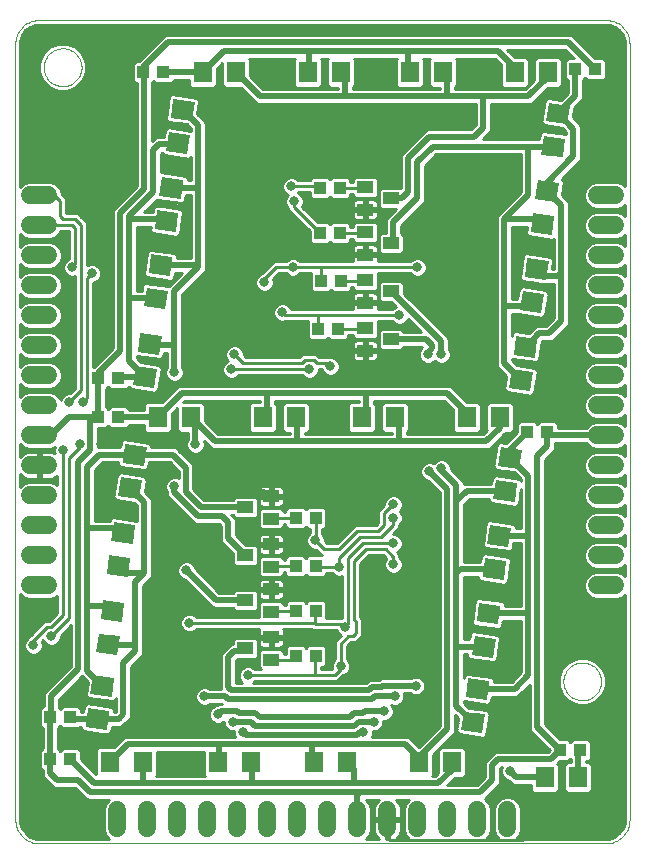
<source format=gtl>
G75*
G70*
%OFA0B0*%
%FSLAX24Y24*%
%IPPOS*%
%LPD*%
%AMOC8*
5,1,8,0,0,1.08239X$1,22.5*
%
%ADD10C,0.0000*%
%ADD11C,0.0600*%
%ADD12R,0.0630X0.0710*%
%ADD13R,0.0394X0.0433*%
%ADD14R,0.0551X0.0394*%
%ADD15C,0.0200*%
%ADD16C,0.0318*%
%ADD17C,0.0100*%
D10*
X000150Y001058D02*
X000150Y026922D01*
X000152Y026976D01*
X000157Y027029D01*
X000166Y027082D01*
X000179Y027134D01*
X000195Y027186D01*
X000215Y027236D01*
X000238Y027284D01*
X000265Y027331D01*
X000294Y027376D01*
X000327Y027419D01*
X000362Y027459D01*
X000400Y027497D01*
X000440Y027532D01*
X000483Y027565D01*
X000528Y027594D01*
X000575Y027621D01*
X000623Y027644D01*
X000673Y027664D01*
X000725Y027680D01*
X000777Y027693D01*
X000830Y027702D01*
X000883Y027707D01*
X000937Y027709D01*
X019835Y027709D01*
X019889Y027707D01*
X019942Y027702D01*
X019995Y027693D01*
X020047Y027680D01*
X020099Y027664D01*
X020149Y027644D01*
X020197Y027621D01*
X020244Y027594D01*
X020289Y027565D01*
X020332Y027532D01*
X020372Y027497D01*
X020410Y027459D01*
X020445Y027419D01*
X020478Y027376D01*
X020507Y027331D01*
X020534Y027284D01*
X020557Y027236D01*
X020577Y027186D01*
X020593Y027134D01*
X020606Y027082D01*
X020615Y027029D01*
X020620Y026976D01*
X020622Y026922D01*
X020622Y001058D01*
X020620Y001004D01*
X020615Y000950D01*
X020605Y000896D01*
X020593Y000844D01*
X020576Y000792D01*
X020556Y000741D01*
X020533Y000692D01*
X020506Y000645D01*
X020476Y000600D01*
X020444Y000556D01*
X020408Y000515D01*
X020370Y000477D01*
X020329Y000441D01*
X020285Y000409D01*
X020240Y000379D01*
X020193Y000352D01*
X020144Y000329D01*
X020093Y000309D01*
X020041Y000292D01*
X019989Y000280D01*
X019935Y000270D01*
X019881Y000265D01*
X019827Y000263D01*
X000945Y000263D01*
X000891Y000265D01*
X000837Y000270D01*
X000783Y000280D01*
X000731Y000292D01*
X000679Y000309D01*
X000628Y000329D01*
X000579Y000352D01*
X000532Y000379D01*
X000487Y000409D01*
X000443Y000441D01*
X000402Y000477D01*
X000364Y000515D01*
X000328Y000556D01*
X000296Y000600D01*
X000266Y000645D01*
X000239Y000692D01*
X000216Y000741D01*
X000196Y000792D01*
X000179Y000844D01*
X000167Y000896D01*
X000157Y000950D01*
X000152Y001004D01*
X000150Y001058D01*
X001095Y026134D02*
X001097Y026184D01*
X001103Y026234D01*
X001113Y026283D01*
X001127Y026331D01*
X001144Y026378D01*
X001165Y026423D01*
X001190Y026467D01*
X001218Y026508D01*
X001250Y026547D01*
X001284Y026584D01*
X001321Y026618D01*
X001361Y026648D01*
X001403Y026675D01*
X001447Y026699D01*
X001493Y026720D01*
X001540Y026736D01*
X001588Y026749D01*
X001638Y026758D01*
X001687Y026763D01*
X001738Y026764D01*
X001788Y026761D01*
X001837Y026754D01*
X001886Y026743D01*
X001934Y026728D01*
X001980Y026710D01*
X002025Y026688D01*
X002068Y026662D01*
X002109Y026633D01*
X002148Y026601D01*
X002184Y026566D01*
X002216Y026528D01*
X002246Y026488D01*
X002273Y026445D01*
X002296Y026401D01*
X002315Y026355D01*
X002331Y026307D01*
X002343Y026258D01*
X002351Y026209D01*
X002355Y026159D01*
X002355Y026109D01*
X002351Y026059D01*
X002343Y026010D01*
X002331Y025961D01*
X002315Y025913D01*
X002296Y025867D01*
X002273Y025823D01*
X002246Y025780D01*
X002216Y025740D01*
X002184Y025702D01*
X002148Y025667D01*
X002109Y025635D01*
X002068Y025606D01*
X002025Y025580D01*
X001980Y025558D01*
X001934Y025540D01*
X001886Y025525D01*
X001837Y025514D01*
X001788Y025507D01*
X001738Y025504D01*
X001687Y025505D01*
X001638Y025510D01*
X001588Y025519D01*
X001540Y025532D01*
X001493Y025548D01*
X001447Y025569D01*
X001403Y025593D01*
X001361Y025620D01*
X001321Y025650D01*
X001284Y025684D01*
X001250Y025721D01*
X001218Y025760D01*
X001190Y025801D01*
X001165Y025845D01*
X001144Y025890D01*
X001127Y025937D01*
X001113Y025985D01*
X001103Y026034D01*
X001097Y026084D01*
X001095Y026134D01*
X018418Y005662D02*
X018420Y005712D01*
X018426Y005762D01*
X018436Y005811D01*
X018450Y005859D01*
X018467Y005906D01*
X018488Y005951D01*
X018513Y005995D01*
X018541Y006036D01*
X018573Y006075D01*
X018607Y006112D01*
X018644Y006146D01*
X018684Y006176D01*
X018726Y006203D01*
X018770Y006227D01*
X018816Y006248D01*
X018863Y006264D01*
X018911Y006277D01*
X018961Y006286D01*
X019010Y006291D01*
X019061Y006292D01*
X019111Y006289D01*
X019160Y006282D01*
X019209Y006271D01*
X019257Y006256D01*
X019303Y006238D01*
X019348Y006216D01*
X019391Y006190D01*
X019432Y006161D01*
X019471Y006129D01*
X019507Y006094D01*
X019539Y006056D01*
X019569Y006016D01*
X019596Y005973D01*
X019619Y005929D01*
X019638Y005883D01*
X019654Y005835D01*
X019666Y005786D01*
X019674Y005737D01*
X019678Y005687D01*
X019678Y005637D01*
X019674Y005587D01*
X019666Y005538D01*
X019654Y005489D01*
X019638Y005441D01*
X019619Y005395D01*
X019596Y005351D01*
X019569Y005308D01*
X019539Y005268D01*
X019507Y005230D01*
X019471Y005195D01*
X019432Y005163D01*
X019391Y005134D01*
X019348Y005108D01*
X019303Y005086D01*
X019257Y005068D01*
X019209Y005053D01*
X019160Y005042D01*
X019111Y005035D01*
X019061Y005032D01*
X019010Y005033D01*
X018961Y005038D01*
X018911Y005047D01*
X018863Y005060D01*
X018816Y005076D01*
X018770Y005097D01*
X018726Y005121D01*
X018684Y005148D01*
X018644Y005178D01*
X018607Y005212D01*
X018573Y005249D01*
X018541Y005288D01*
X018513Y005329D01*
X018488Y005373D01*
X018467Y005418D01*
X018450Y005465D01*
X018436Y005513D01*
X018426Y005562D01*
X018420Y005612D01*
X018418Y005662D01*
D11*
X019550Y008863D02*
X020150Y008863D01*
X020150Y009863D02*
X019550Y009863D01*
X019550Y010863D02*
X020150Y010863D01*
X020150Y011863D02*
X019550Y011863D01*
X019550Y012863D02*
X020150Y012863D01*
X020150Y013863D02*
X019550Y013863D01*
X019550Y014863D02*
X020150Y014863D01*
X020150Y015863D02*
X019550Y015863D01*
X019550Y016863D02*
X020150Y016863D01*
X020150Y017863D02*
X019550Y017863D01*
X019550Y018863D02*
X020150Y018863D01*
X020150Y019863D02*
X019550Y019863D01*
X019550Y020863D02*
X020150Y020863D01*
X020150Y021863D02*
X019550Y021863D01*
X016550Y001363D02*
X016550Y000763D01*
X015550Y000763D02*
X015550Y001363D01*
X014550Y001363D02*
X014550Y000763D01*
X013550Y000763D02*
X013550Y001363D01*
X012550Y001363D02*
X012550Y000763D01*
X011550Y000763D02*
X011550Y001363D01*
X010550Y001363D02*
X010550Y000763D01*
X009550Y000763D02*
X009550Y001363D01*
X008550Y001363D02*
X008550Y000763D01*
X007550Y000763D02*
X007550Y001363D01*
X006550Y001363D02*
X006550Y000763D01*
X005550Y000763D02*
X005550Y001363D01*
X004550Y001363D02*
X004550Y000763D01*
X003550Y000763D02*
X003550Y001363D01*
X001250Y008863D02*
X000650Y008863D01*
X000650Y009863D02*
X001250Y009863D01*
X001250Y010863D02*
X000650Y010863D01*
X000650Y011863D02*
X001250Y011863D01*
X001250Y012863D02*
X000650Y012863D01*
X000650Y013863D02*
X001250Y013863D01*
X001250Y014863D02*
X000650Y014863D01*
X000650Y015863D02*
X001250Y015863D01*
X001250Y016863D02*
X000650Y016863D01*
X000650Y017863D02*
X001250Y017863D01*
X001250Y018863D02*
X000650Y018863D01*
X000650Y019863D02*
X001250Y019863D01*
X001250Y020863D02*
X000650Y020863D01*
X000650Y021863D02*
X001250Y021863D01*
D12*
G36*
X005227Y018690D02*
X005139Y018067D01*
X004437Y018166D01*
X004525Y018789D01*
X005227Y018690D01*
G37*
G36*
X005383Y019799D02*
X005295Y019176D01*
X004593Y019275D01*
X004681Y019898D01*
X005383Y019799D01*
G37*
G36*
X005587Y021270D02*
X005499Y020647D01*
X004797Y020746D01*
X004885Y021369D01*
X005587Y021270D01*
G37*
G36*
X005743Y022379D02*
X005655Y021756D01*
X004953Y021855D01*
X005041Y022478D01*
X005743Y022379D01*
G37*
G36*
X005967Y023870D02*
X005879Y023247D01*
X005177Y023346D01*
X005265Y023969D01*
X005967Y023870D01*
G37*
G36*
X006123Y024979D02*
X006035Y024356D01*
X005333Y024455D01*
X005421Y025078D01*
X006123Y024979D01*
G37*
X006390Y025963D03*
X007510Y025963D03*
X009890Y025963D03*
X011010Y025963D03*
X013290Y025963D03*
X014410Y025963D03*
X016790Y025963D03*
X017910Y025963D03*
G36*
X017843Y024335D02*
X017931Y024958D01*
X018633Y024859D01*
X018545Y024236D01*
X017843Y024335D01*
G37*
G36*
X017687Y023226D02*
X017775Y023849D01*
X018477Y023750D01*
X018389Y023127D01*
X017687Y023226D01*
G37*
G36*
X017483Y021755D02*
X017571Y022378D01*
X018273Y022279D01*
X018185Y021656D01*
X017483Y021755D01*
G37*
G36*
X017327Y020646D02*
X017415Y021269D01*
X018117Y021170D01*
X018029Y020547D01*
X017327Y020646D01*
G37*
G36*
X017133Y019155D02*
X017221Y019778D01*
X017923Y019679D01*
X017835Y019056D01*
X017133Y019155D01*
G37*
G36*
X016977Y018046D02*
X017065Y018669D01*
X017767Y018570D01*
X017679Y017947D01*
X016977Y018046D01*
G37*
G36*
X016763Y016555D02*
X016851Y017178D01*
X017553Y017079D01*
X017465Y016456D01*
X016763Y016555D01*
G37*
G36*
X016607Y015446D02*
X016695Y016069D01*
X017397Y015970D01*
X017309Y015347D01*
X016607Y015446D01*
G37*
X016310Y014463D03*
G36*
X016243Y012855D02*
X016331Y013478D01*
X017033Y013379D01*
X016945Y012756D01*
X016243Y012855D01*
G37*
G36*
X016087Y011746D02*
X016175Y012369D01*
X016877Y012270D01*
X016789Y011647D01*
X016087Y011746D01*
G37*
G36*
X015883Y010255D02*
X015971Y010878D01*
X016673Y010779D01*
X016585Y010156D01*
X015883Y010255D01*
G37*
G36*
X015727Y009146D02*
X015815Y009769D01*
X016517Y009670D01*
X016429Y009047D01*
X015727Y009146D01*
G37*
G36*
X015523Y007665D02*
X015611Y008288D01*
X016313Y008189D01*
X016225Y007566D01*
X015523Y007665D01*
G37*
G36*
X015367Y006556D02*
X015455Y007179D01*
X016157Y007080D01*
X016069Y006457D01*
X015367Y006556D01*
G37*
G36*
X015163Y005145D02*
X015251Y005768D01*
X015953Y005669D01*
X015865Y005046D01*
X015163Y005145D01*
G37*
G36*
X015007Y004036D02*
X015095Y004659D01*
X015797Y004560D01*
X015709Y003937D01*
X015007Y004036D01*
G37*
X014710Y002963D03*
X013590Y002963D03*
X011220Y002963D03*
X010100Y002963D03*
X008010Y002963D03*
X006890Y002963D03*
X004410Y002963D03*
X003290Y002963D03*
G36*
X003287Y004670D02*
X003199Y004047D01*
X002497Y004146D01*
X002585Y004769D01*
X003287Y004670D01*
G37*
G36*
X003443Y005779D02*
X003355Y005156D01*
X002653Y005255D01*
X002741Y005878D01*
X003443Y005779D01*
G37*
G36*
X003627Y007160D02*
X003539Y006537D01*
X002837Y006636D01*
X002925Y007259D01*
X003627Y007160D01*
G37*
G36*
X003783Y008269D02*
X003695Y007646D01*
X002993Y007745D01*
X003081Y008368D01*
X003783Y008269D01*
G37*
G36*
X003987Y009770D02*
X003899Y009147D01*
X003197Y009246D01*
X003285Y009869D01*
X003987Y009770D01*
G37*
G36*
X004143Y010879D02*
X004055Y010256D01*
X003353Y010355D01*
X003441Y010978D01*
X004143Y010879D01*
G37*
G36*
X004367Y012370D02*
X004279Y011747D01*
X003577Y011846D01*
X003665Y012469D01*
X004367Y012370D01*
G37*
G36*
X004523Y013479D02*
X004435Y012856D01*
X003733Y012955D01*
X003821Y013578D01*
X004523Y013479D01*
G37*
X004890Y014463D03*
X006010Y014463D03*
G36*
X004867Y016070D02*
X004779Y015447D01*
X004077Y015546D01*
X004165Y016169D01*
X004867Y016070D01*
G37*
G36*
X005023Y017179D02*
X004935Y016556D01*
X004233Y016655D01*
X004321Y017278D01*
X005023Y017179D01*
G37*
X008390Y014463D03*
X009510Y014463D03*
X011690Y014463D03*
X012810Y014463D03*
X015190Y014463D03*
X017790Y002463D03*
X018910Y002463D03*
D13*
X018985Y003363D03*
X018315Y003363D03*
X017885Y013963D03*
X017215Y013963D03*
X010905Y017413D03*
X010235Y017413D03*
X010335Y019013D03*
X011005Y019013D03*
X010975Y020613D03*
X010305Y020613D03*
X010305Y022113D03*
X010975Y022113D03*
X005085Y025963D03*
X004415Y025963D03*
X003585Y015763D03*
X002915Y015763D03*
X002915Y014463D03*
X003585Y014463D03*
X009495Y011113D03*
X010165Y011113D03*
X010165Y009503D03*
X009495Y009503D03*
X009505Y008003D03*
X010175Y008003D03*
X010175Y006503D03*
X009505Y006503D03*
X001985Y004463D03*
X001315Y004463D03*
X001315Y003063D03*
X001985Y003063D03*
X018815Y026063D03*
X019485Y026063D03*
D14*
X012683Y021763D03*
X011817Y022137D03*
X011817Y021389D03*
X011817Y020637D03*
X011817Y019889D03*
X011817Y019037D03*
X011817Y018289D03*
X011817Y017437D03*
X011817Y016689D03*
X012683Y017063D03*
X012683Y018663D03*
X012683Y020263D03*
X008683Y011837D03*
X008683Y011089D03*
X008683Y010237D03*
X008683Y009489D03*
X008683Y008737D03*
X008683Y007989D03*
X008683Y007137D03*
X008683Y006389D03*
X007817Y006763D03*
X007817Y008363D03*
X007817Y009863D03*
X007817Y011463D03*
D15*
X006350Y011463D01*
X005850Y011963D01*
X005850Y012763D01*
X005396Y013217D01*
X004128Y013217D01*
X002954Y013217D01*
X002550Y012813D01*
X002550Y010763D01*
X003602Y010763D01*
X003748Y010617D01*
X004450Y011630D02*
X004450Y009263D01*
X004150Y008963D01*
X004150Y006863D01*
X003268Y006863D01*
X003232Y006898D01*
X003750Y006263D02*
X003750Y004563D01*
X003596Y004408D01*
X002892Y004408D01*
X002039Y004408D01*
X001985Y004463D01*
X001350Y004497D02*
X001350Y005163D01*
X002250Y006063D01*
X002250Y012963D01*
X002650Y013363D01*
X002650Y014463D01*
X002915Y014463D01*
X002915Y015763D01*
X002915Y015928D01*
X003650Y016663D01*
X003650Y021263D01*
X004450Y022063D01*
X004450Y025928D01*
X004415Y025963D01*
X004415Y026128D01*
X005250Y026963D01*
X018585Y026963D01*
X019485Y026063D01*
X018815Y026063D02*
X018815Y025174D01*
X018238Y024597D01*
X018750Y024085D01*
X018750Y023163D01*
X017878Y022291D01*
X017878Y022017D01*
X018350Y021545D01*
X018350Y019263D01*
X018250Y019163D01*
X017782Y019163D01*
X017528Y019417D01*
X018350Y019263D02*
X018350Y017663D01*
X017950Y017263D01*
X017604Y017263D01*
X017158Y016817D01*
X016450Y016260D02*
X017002Y015708D01*
X016450Y016260D02*
X016450Y018163D01*
X017226Y018163D01*
X017372Y018308D01*
X016450Y018163D02*
X016450Y021063D01*
X017250Y021863D01*
X017250Y023488D01*
X014076Y023488D01*
X013550Y022963D01*
X013550Y021763D01*
X012750Y020963D01*
X012750Y020330D01*
X012683Y020263D01*
X012683Y021763D02*
X013050Y021763D01*
X013250Y021963D01*
X013250Y023113D01*
X013950Y023813D01*
X015450Y023813D01*
X015750Y024113D01*
X015750Y025163D01*
X017250Y025163D01*
X017910Y025822D01*
X017910Y025963D01*
X016790Y025963D02*
X016790Y026122D01*
X016250Y026663D01*
X013250Y026663D01*
X013250Y026003D01*
X013290Y025963D01*
X013250Y026663D02*
X009950Y026663D01*
X009950Y026022D01*
X009890Y025963D01*
X009950Y026663D02*
X007090Y026663D01*
X006390Y025963D01*
X005085Y025963D01*
X005728Y024717D02*
X006250Y024195D01*
X006250Y022063D01*
X006196Y022117D01*
X005348Y022117D01*
X004750Y021963D02*
X004750Y023363D01*
X004950Y023563D01*
X005526Y023563D01*
X005572Y023608D01*
X006250Y022063D02*
X006250Y019463D01*
X005450Y018663D01*
X005450Y016863D01*
X004682Y016863D01*
X004628Y016917D01*
X003950Y016330D02*
X003950Y018463D01*
X003984Y018428D01*
X004832Y018428D01*
X003950Y018463D02*
X003950Y021163D01*
X004750Y021963D01*
X005150Y021063D02*
X004050Y021063D01*
X003950Y021163D01*
X005150Y021063D02*
X005192Y021021D01*
X005192Y021008D01*
X004988Y019537D02*
X006176Y019537D01*
X006250Y019463D01*
X005450Y016863D02*
X005450Y015963D01*
X005450Y016095D01*
X005690Y015263D02*
X008550Y015263D01*
X008550Y014622D01*
X008390Y014463D01*
X008550Y015263D02*
X011850Y015263D01*
X011850Y014622D01*
X011690Y014463D01*
X011850Y015263D02*
X014550Y015263D01*
X015190Y014622D01*
X015190Y014463D01*
X015850Y013663D02*
X016310Y014122D01*
X016310Y014463D01*
X015850Y013663D02*
X012950Y013663D01*
X012950Y014363D01*
X012910Y014363D01*
X012810Y014463D01*
X012950Y013663D02*
X009550Y013663D01*
X009550Y014422D01*
X009510Y014463D01*
X009550Y013663D02*
X006810Y013663D01*
X006010Y014463D01*
X006150Y014322D01*
X006150Y013563D01*
X005550Y013513D02*
X006150Y012913D01*
X006150Y012063D01*
X006450Y011763D01*
X007350Y011763D01*
X007550Y011963D01*
X008450Y011963D01*
X008576Y011837D01*
X008683Y011837D01*
X007250Y010963D02*
X007250Y010430D01*
X007817Y009863D01*
X007250Y010963D02*
X007050Y011163D01*
X006250Y011163D01*
X005450Y011963D01*
X005450Y012163D01*
X004450Y011630D02*
X003972Y012108D01*
X003550Y013563D02*
X003000Y013563D01*
X003550Y013563D02*
X003750Y013763D01*
X004650Y013763D01*
X004900Y013513D01*
X005550Y013513D01*
X004890Y014463D02*
X003585Y014463D01*
X002650Y014463D02*
X001950Y014463D01*
X001350Y013863D01*
X000950Y013863D01*
X002550Y010763D02*
X002550Y008163D01*
X003232Y008163D01*
X003388Y008007D01*
X002550Y008163D02*
X002550Y006015D01*
X003048Y005517D01*
X003750Y006263D02*
X004150Y006663D01*
X004150Y006863D01*
X004450Y009263D02*
X003838Y009263D01*
X003592Y009508D01*
X005850Y009363D02*
X006850Y008363D01*
X007817Y008363D01*
X007817Y006763D02*
X007717Y006663D01*
X007450Y006663D01*
X007250Y006463D01*
X007250Y005463D01*
X007350Y005363D01*
X011950Y005363D01*
X012050Y005463D01*
X012350Y005463D01*
X012400Y005513D01*
X013500Y005513D01*
X012800Y005163D02*
X012150Y005163D01*
X012050Y005063D01*
X007250Y005063D01*
X007150Y005163D01*
X006450Y005163D01*
X007000Y004663D02*
X007550Y004663D01*
X007600Y004613D01*
X008150Y004613D01*
X008300Y004463D01*
X011300Y004463D01*
X011450Y004613D01*
X011750Y004613D01*
X011800Y004663D01*
X012450Y004663D01*
X012100Y004313D02*
X011600Y004313D01*
X011450Y004163D01*
X008150Y004163D01*
X008000Y004313D01*
X007400Y004313D01*
X007750Y003963D02*
X007850Y003863D01*
X011550Y003863D01*
X011650Y003963D01*
X011750Y003963D01*
X011220Y002963D02*
X011450Y002732D01*
X011450Y002263D01*
X014250Y002263D01*
X014710Y002722D01*
X014710Y002963D01*
X013650Y003163D02*
X014550Y004063D01*
X014550Y012063D01*
X013950Y012663D01*
X014350Y012713D02*
X014850Y012213D01*
X014850Y011663D01*
X014850Y009263D01*
X014996Y009408D01*
X016122Y009408D01*
X016278Y010517D02*
X017204Y010517D01*
X017250Y010563D01*
X017250Y007863D01*
X017186Y007927D01*
X015918Y007927D01*
X015762Y006818D02*
X014894Y006818D01*
X014850Y006863D01*
X014850Y004850D01*
X015402Y004298D01*
X015558Y005407D02*
X016794Y005407D01*
X017250Y005863D01*
X017250Y007863D01*
X017250Y010563D02*
X017250Y012505D01*
X016638Y013117D01*
X016638Y013385D01*
X017215Y013963D01*
X017885Y013497D02*
X017550Y013163D01*
X017550Y004128D01*
X018315Y003363D01*
X018015Y003063D01*
X016250Y003063D01*
X016050Y002863D01*
X016050Y002363D01*
X015650Y001963D01*
X011650Y001963D01*
X011550Y001863D01*
X011550Y001063D01*
X011650Y001963D02*
X002650Y001963D01*
X002250Y002363D01*
X001550Y002363D01*
X001315Y002597D01*
X001315Y003063D01*
X001315Y004463D01*
X001350Y004497D01*
X001985Y003063D02*
X002785Y002263D01*
X004450Y002263D01*
X004410Y002303D01*
X004410Y002963D01*
X004450Y002263D02*
X008050Y002263D01*
X008050Y002922D01*
X008010Y002963D01*
X008050Y002263D02*
X011450Y002263D01*
X010100Y002963D02*
X010050Y003013D01*
X010050Y003563D01*
X013150Y003563D01*
X013550Y003163D01*
X013650Y003163D01*
X013590Y003103D01*
X013590Y002963D01*
X014850Y006863D02*
X014850Y009263D01*
X014850Y011663D02*
X015196Y012008D01*
X016482Y012008D01*
X017885Y013497D02*
X017885Y013963D01*
X017985Y013863D01*
X019850Y013863D01*
X017722Y020908D02*
X017568Y021063D01*
X016450Y021063D01*
X017250Y023488D02*
X018082Y023488D01*
X015750Y025163D02*
X014550Y025163D01*
X014550Y025822D01*
X014410Y025963D01*
X014550Y025163D02*
X011150Y025163D01*
X011150Y025822D01*
X011010Y025963D01*
X011150Y025163D02*
X008310Y025163D01*
X007510Y025963D01*
X012683Y018663D02*
X014350Y016996D01*
X014350Y016563D01*
X014050Y016763D02*
X013900Y016613D01*
X013900Y016563D01*
X014050Y016763D02*
X014050Y016863D01*
X013850Y017063D01*
X012683Y017063D01*
X014350Y012763D02*
X014350Y012713D01*
X007817Y006763D02*
X007717Y006763D01*
X007000Y004663D02*
X006900Y004563D01*
X006950Y003563D02*
X006950Y003022D01*
X006890Y002963D01*
X006950Y003563D02*
X010050Y003563D01*
X006950Y003563D02*
X003890Y003563D01*
X003290Y002963D01*
X002892Y004408D02*
X002946Y004463D01*
X004890Y014463D02*
X005690Y015263D01*
X004472Y015808D02*
X003950Y016330D01*
X003630Y015808D02*
X004472Y015808D01*
X003630Y015808D02*
X003585Y015763D01*
X016650Y002663D02*
X016850Y002463D01*
X017790Y002463D01*
X018910Y002463D02*
X018910Y003322D01*
X018950Y003363D01*
D16*
X018736Y004337D03*
X016650Y002663D03*
X016536Y004037D03*
X016536Y006137D03*
X013536Y007237D03*
X013500Y005513D03*
X012800Y005163D03*
X012450Y004663D03*
X012100Y004313D03*
X011750Y003963D03*
X011000Y006163D03*
X011150Y007463D03*
X010950Y009463D03*
X010150Y010363D03*
X009350Y010263D03*
X009350Y008763D03*
X009550Y007263D03*
X007900Y005863D03*
X006900Y004563D03*
X007400Y004313D03*
X007750Y003963D03*
X006450Y005163D03*
X004936Y004837D03*
X005536Y002937D03*
X002036Y005137D03*
X000750Y006863D03*
X001350Y007163D03*
X001136Y001437D03*
X005950Y007613D03*
X005850Y009363D03*
X006736Y009937D03*
X005450Y012163D03*
X006150Y013563D03*
X007036Y012637D03*
X009550Y011863D03*
X009950Y016063D03*
X010650Y016163D03*
X010750Y016763D03*
X011250Y018263D03*
X011250Y019863D03*
X010950Y021363D03*
X009450Y021663D03*
X009350Y022163D03*
X008336Y023637D03*
X008636Y025937D03*
X005536Y022837D03*
X005036Y020237D03*
X002700Y019263D03*
X002050Y019463D03*
X001836Y018437D03*
X001950Y014963D03*
X002400Y014963D03*
X002300Y013563D03*
X001750Y013363D03*
X003000Y013563D03*
X005450Y015963D03*
X007350Y016063D03*
X007450Y016563D03*
X009050Y017963D03*
X008450Y018963D03*
X009400Y019463D03*
X007836Y020637D03*
X012136Y025937D03*
X015536Y025837D03*
X016836Y024237D03*
X017136Y020337D03*
X014350Y016563D03*
X013900Y016563D03*
X012950Y017863D03*
X013550Y019463D03*
X018036Y015337D03*
X018336Y011637D03*
X015336Y010837D03*
X013836Y010237D03*
X012750Y010263D03*
X012750Y009563D03*
X012750Y011113D03*
X012750Y011563D03*
X013950Y012663D03*
X014350Y012763D03*
X001836Y024337D03*
D17*
X000370Y000765D02*
X000489Y000602D01*
X000652Y000483D01*
X000844Y000421D01*
X000945Y000413D01*
X003264Y000413D01*
X003169Y000508D01*
X003100Y000673D01*
X003100Y001452D01*
X003169Y001618D01*
X003264Y001713D01*
X002600Y001713D01*
X002508Y001751D01*
X002438Y001821D01*
X002146Y002113D01*
X001500Y002113D01*
X001408Y002151D01*
X001338Y002221D01*
X001103Y002456D01*
X001065Y002548D01*
X001065Y002696D01*
X001056Y002696D01*
X000969Y002784D01*
X000969Y003341D01*
X001056Y003429D01*
X001065Y003429D01*
X001065Y004096D01*
X001056Y004096D01*
X000969Y004184D01*
X000969Y004741D01*
X001056Y004829D01*
X001100Y004829D01*
X001100Y005113D01*
X001100Y005212D01*
X001138Y005304D01*
X002000Y006166D01*
X002000Y007530D01*
X001659Y007189D01*
X001659Y007101D01*
X001612Y006988D01*
X001525Y006901D01*
X001411Y006854D01*
X001289Y006854D01*
X001175Y006901D01*
X001088Y006988D01*
X001065Y007044D01*
X001025Y007005D01*
X001059Y006924D01*
X001059Y006801D01*
X001012Y006688D01*
X000925Y006601D01*
X000811Y006554D01*
X000689Y006554D01*
X000575Y006601D01*
X000488Y006688D01*
X000441Y006801D01*
X000441Y006924D01*
X000488Y007038D01*
X000575Y007125D01*
X000582Y007128D01*
X000667Y007213D01*
X001117Y007663D01*
X001267Y007663D01*
X001550Y007945D01*
X001550Y008526D01*
X001505Y008481D01*
X001340Y008413D01*
X000560Y008413D01*
X000395Y008481D01*
X000300Y008576D01*
X000300Y001058D01*
X000308Y000957D01*
X000370Y000765D01*
X000387Y000742D02*
X003100Y000742D01*
X003100Y000840D02*
X000346Y000840D01*
X000314Y000939D02*
X003100Y000939D01*
X003100Y001037D02*
X000302Y001037D01*
X000300Y001136D02*
X003100Y001136D01*
X003100Y001234D02*
X000300Y001234D01*
X000300Y001333D02*
X003100Y001333D01*
X003100Y001431D02*
X000300Y001431D01*
X000300Y001530D02*
X003132Y001530D01*
X003179Y001628D02*
X000300Y001628D01*
X000300Y001727D02*
X002566Y001727D01*
X002434Y001825D02*
X000300Y001825D01*
X000300Y001924D02*
X002335Y001924D01*
X002237Y002022D02*
X000300Y002022D01*
X000300Y002121D02*
X001481Y002121D01*
X001340Y002219D02*
X000300Y002219D01*
X000300Y002318D02*
X001241Y002318D01*
X001143Y002416D02*
X000300Y002416D01*
X000300Y002515D02*
X001079Y002515D01*
X001065Y002613D02*
X000300Y002613D01*
X000300Y002712D02*
X001041Y002712D01*
X000969Y002810D02*
X000300Y002810D01*
X000300Y002909D02*
X000969Y002909D01*
X000969Y003007D02*
X000300Y003007D01*
X000300Y003106D02*
X000969Y003106D01*
X000969Y003204D02*
X000300Y003204D01*
X000300Y003303D02*
X000969Y003303D01*
X001028Y003401D02*
X000300Y003401D01*
X000300Y003500D02*
X001065Y003500D01*
X001065Y003598D02*
X000300Y003598D01*
X000300Y003697D02*
X001065Y003697D01*
X001065Y003795D02*
X000300Y003795D01*
X000300Y003894D02*
X001065Y003894D01*
X001065Y003992D02*
X000300Y003992D01*
X000300Y004091D02*
X001065Y004091D01*
X000969Y004189D02*
X000300Y004189D01*
X000300Y004288D02*
X000969Y004288D01*
X000969Y004386D02*
X000300Y004386D01*
X000300Y004485D02*
X000969Y004485D01*
X000969Y004583D02*
X000300Y004583D01*
X000300Y004682D02*
X000969Y004682D01*
X001007Y004780D02*
X000300Y004780D01*
X000300Y004879D02*
X001100Y004879D01*
X001100Y004977D02*
X000300Y004977D01*
X000300Y005076D02*
X001100Y005076D01*
X001100Y005174D02*
X000300Y005174D01*
X000300Y005273D02*
X001125Y005273D01*
X001205Y005371D02*
X000300Y005371D01*
X000300Y005470D02*
X001303Y005470D01*
X001402Y005568D02*
X000300Y005568D01*
X000300Y005667D02*
X001500Y005667D01*
X001599Y005765D02*
X000300Y005765D01*
X000300Y005864D02*
X001697Y005864D01*
X001796Y005962D02*
X000300Y005962D01*
X000300Y006061D02*
X001894Y006061D01*
X001993Y006159D02*
X000300Y006159D01*
X000300Y006258D02*
X002000Y006258D01*
X002000Y006356D02*
X000300Y006356D01*
X000300Y006455D02*
X002000Y006455D01*
X002000Y006553D02*
X000300Y006553D01*
X000300Y006652D02*
X000524Y006652D01*
X000462Y006750D02*
X000300Y006750D01*
X000300Y006849D02*
X000441Y006849D01*
X000450Y006947D02*
X000300Y006947D01*
X000300Y007046D02*
X000496Y007046D01*
X000599Y007144D02*
X000300Y007144D01*
X000300Y007243D02*
X000697Y007243D01*
X000796Y007341D02*
X000300Y007341D01*
X000300Y007440D02*
X000894Y007440D01*
X000993Y007538D02*
X000300Y007538D01*
X000300Y007637D02*
X001091Y007637D01*
X001200Y007463D02*
X000750Y007013D01*
X000750Y006863D01*
X001038Y006750D02*
X002000Y006750D01*
X002000Y006652D02*
X000976Y006652D01*
X001059Y006849D02*
X002000Y006849D01*
X002000Y006947D02*
X001572Y006947D01*
X001636Y007046D02*
X002000Y007046D01*
X002000Y007144D02*
X001659Y007144D01*
X001713Y007243D02*
X002000Y007243D01*
X002000Y007341D02*
X001811Y007341D01*
X001910Y007440D02*
X002000Y007440D01*
X001950Y007763D02*
X001950Y013113D01*
X002300Y013463D01*
X002300Y013563D01*
X002900Y013547D02*
X003664Y013547D01*
X003653Y013467D02*
X002905Y013467D01*
X002900Y013465D01*
X002900Y014096D01*
X003174Y014096D01*
X003250Y014172D01*
X003326Y014096D01*
X003844Y014096D01*
X003931Y014184D01*
X003931Y014213D01*
X004425Y014213D01*
X004425Y014046D01*
X004513Y013958D01*
X005267Y013958D01*
X005355Y014046D01*
X005355Y014574D01*
X005545Y014764D01*
X005545Y014046D01*
X005633Y013958D01*
X005900Y013958D01*
X005900Y013750D01*
X005888Y013738D01*
X005841Y013624D01*
X005841Y013501D01*
X005888Y013388D01*
X005975Y013301D01*
X006089Y013254D01*
X006211Y013254D01*
X006325Y013301D01*
X006412Y013388D01*
X006459Y013501D01*
X006459Y013624D01*
X006434Y013685D01*
X006598Y013521D01*
X006668Y013451D01*
X006760Y013413D01*
X015900Y013413D01*
X015992Y013451D01*
X016451Y013911D01*
X016499Y013958D01*
X016687Y013958D01*
X016775Y014046D01*
X016775Y014880D01*
X016687Y014968D01*
X015933Y014968D01*
X015845Y014880D01*
X015845Y014046D01*
X015862Y014028D01*
X015746Y013913D01*
X013200Y013913D01*
X013200Y013971D01*
X013275Y014046D01*
X013275Y014880D01*
X013187Y014968D01*
X012433Y014968D01*
X012345Y014880D01*
X012345Y014046D01*
X012433Y013958D01*
X012700Y013958D01*
X012700Y013913D01*
X009800Y013913D01*
X009800Y013958D01*
X009887Y013958D01*
X009975Y014046D01*
X009975Y014880D01*
X009887Y014968D01*
X009133Y014968D01*
X009045Y014880D01*
X009045Y014046D01*
X009133Y013958D01*
X009300Y013958D01*
X009300Y013913D01*
X006913Y013913D01*
X006475Y014351D01*
X006475Y014880D01*
X006387Y014968D01*
X005749Y014968D01*
X005794Y015013D01*
X008300Y015013D01*
X008300Y014968D01*
X008013Y014968D01*
X007925Y014880D01*
X007925Y014046D01*
X008013Y013958D01*
X008767Y013958D01*
X008855Y014046D01*
X008855Y014880D01*
X008800Y014935D01*
X008800Y015013D01*
X011600Y015013D01*
X011600Y014968D01*
X011313Y014968D01*
X011225Y014880D01*
X011225Y014046D01*
X011313Y013958D01*
X012067Y013958D01*
X012155Y014046D01*
X012155Y014880D01*
X012100Y014935D01*
X012100Y015013D01*
X014446Y015013D01*
X014725Y014734D01*
X014725Y014046D01*
X014813Y013958D01*
X015567Y013958D01*
X015655Y014046D01*
X015655Y014880D01*
X015567Y014968D01*
X015199Y014968D01*
X014692Y015475D01*
X014600Y015513D01*
X005640Y015513D01*
X005549Y015475D01*
X005478Y015404D01*
X005042Y014968D01*
X004513Y014968D01*
X004425Y014880D01*
X004425Y014713D01*
X003931Y014713D01*
X003931Y014741D01*
X003844Y014829D01*
X003326Y014829D01*
X003250Y014753D01*
X003174Y014829D01*
X003165Y014829D01*
X003165Y015396D01*
X003174Y015396D01*
X003250Y015472D01*
X003326Y015396D01*
X003844Y015396D01*
X003931Y015484D01*
X003931Y015489D01*
X003994Y015406D01*
X004820Y015290D01*
X004920Y015365D01*
X005025Y016111D01*
X004950Y016211D01*
X004337Y016297D01*
X004200Y016434D01*
X004200Y016508D01*
X004976Y016399D01*
X005075Y016473D01*
X005095Y016613D01*
X005200Y016613D01*
X005200Y016150D01*
X005188Y016138D01*
X005141Y016024D01*
X005141Y015901D01*
X005188Y015788D01*
X005275Y015701D01*
X005389Y015654D01*
X005511Y015654D01*
X005625Y015701D01*
X005712Y015788D01*
X005759Y015901D01*
X005759Y016024D01*
X005712Y016138D01*
X005700Y016150D01*
X005700Y018559D01*
X006462Y019321D01*
X006500Y019413D01*
X006500Y024245D01*
X006462Y024337D01*
X006219Y024580D01*
X006280Y025020D01*
X006206Y025119D01*
X005380Y025235D01*
X005280Y025161D01*
X005175Y024414D01*
X005250Y024315D01*
X005863Y024228D01*
X006000Y024091D01*
X006000Y024018D01*
X005224Y024127D01*
X005125Y024052D01*
X005091Y023813D01*
X004900Y023813D01*
X004808Y023775D01*
X004738Y023704D01*
X004700Y023666D01*
X004700Y025622D01*
X004750Y025672D01*
X004826Y025596D01*
X005344Y025596D01*
X005431Y025684D01*
X005431Y025713D01*
X005925Y025713D01*
X005925Y025546D01*
X006013Y025458D01*
X006767Y025458D01*
X006855Y025546D01*
X006855Y026074D01*
X007045Y026264D01*
X007045Y025546D01*
X007133Y025458D01*
X007661Y025458D01*
X008098Y025021D01*
X008168Y024951D01*
X008260Y024913D01*
X015500Y024913D01*
X015500Y024216D01*
X015346Y024063D01*
X013900Y024063D01*
X013808Y024025D01*
X013108Y023325D01*
X013038Y023254D01*
X013000Y023162D01*
X013000Y022109D01*
X012345Y022109D01*
X012257Y022022D01*
X012257Y021504D01*
X012345Y021416D01*
X012850Y021416D01*
X012538Y021104D01*
X012500Y021012D01*
X012500Y020609D01*
X012345Y020609D01*
X012257Y020522D01*
X012257Y020004D01*
X012345Y019916D01*
X013021Y019916D01*
X013109Y020004D01*
X013109Y020522D01*
X013021Y020609D01*
X013000Y020609D01*
X013000Y020859D01*
X013692Y021551D01*
X013762Y021621D01*
X013800Y021713D01*
X013800Y022859D01*
X014179Y023238D01*
X017000Y023238D01*
X017000Y021966D01*
X016308Y021275D01*
X016238Y021204D01*
X016200Y021112D01*
X016200Y016211D01*
X016238Y016119D01*
X016511Y015845D01*
X016450Y015405D01*
X016524Y015306D01*
X017350Y015190D01*
X017450Y015265D01*
X017555Y016011D01*
X017480Y016111D01*
X016867Y016197D01*
X016700Y016364D01*
X016700Y016412D01*
X017506Y016299D01*
X017605Y016373D01*
X017693Y016999D01*
X017707Y017013D01*
X018000Y017013D01*
X018092Y017051D01*
X018162Y017121D01*
X018562Y017521D01*
X018600Y017613D01*
X018600Y021595D01*
X018562Y021687D01*
X018492Y021757D01*
X018369Y021880D01*
X018430Y022320D01*
X018358Y022417D01*
X018892Y022951D01*
X018962Y023021D01*
X019000Y023113D01*
X019000Y024135D01*
X018962Y024227D01*
X018892Y024297D01*
X018729Y024460D01*
X018773Y024779D01*
X019027Y025033D01*
X019065Y025125D01*
X019065Y025696D01*
X019074Y025696D01*
X019150Y025772D01*
X019226Y025696D01*
X019744Y025696D01*
X019831Y025784D01*
X019831Y026341D01*
X019744Y026429D01*
X019472Y026429D01*
X018797Y027104D01*
X018726Y027175D01*
X018634Y027213D01*
X005200Y027213D01*
X005108Y027175D01*
X004274Y026340D01*
X004263Y026329D01*
X004156Y026329D01*
X004069Y026241D01*
X004069Y025684D01*
X004156Y025596D01*
X004200Y025596D01*
X004200Y022166D01*
X003438Y021404D01*
X003400Y021312D01*
X003400Y016766D01*
X002763Y016129D01*
X002750Y016129D01*
X002750Y018954D01*
X002761Y018954D01*
X002875Y019001D01*
X002962Y019088D01*
X003009Y019201D01*
X003009Y019324D01*
X002962Y019438D01*
X002875Y019525D01*
X002761Y019572D01*
X002639Y019572D01*
X002550Y019535D01*
X002550Y020945D01*
X002433Y021063D01*
X002350Y021145D01*
X002350Y021145D01*
X002233Y021263D01*
X001850Y021263D01*
X001850Y021745D01*
X001700Y021895D01*
X001700Y021952D01*
X001631Y022118D01*
X001505Y022244D01*
X001340Y022313D01*
X000560Y022313D01*
X000395Y022244D01*
X000300Y022149D01*
X000300Y026922D01*
X000308Y027021D01*
X000369Y027211D01*
X000487Y027372D01*
X000648Y027490D01*
X000838Y027551D01*
X000937Y027559D01*
X019835Y027559D01*
X019935Y027551D01*
X020124Y027490D01*
X020286Y027372D01*
X020403Y027211D01*
X020465Y027021D01*
X020472Y026922D01*
X020472Y022177D01*
X020405Y022244D01*
X020240Y022313D01*
X019460Y022313D01*
X019295Y022244D01*
X019169Y022118D01*
X019100Y021952D01*
X019100Y021773D01*
X019169Y021608D01*
X019295Y021481D01*
X019460Y021413D01*
X020240Y021413D01*
X020405Y021481D01*
X020472Y021549D01*
X020472Y021177D01*
X020405Y021244D01*
X020240Y021313D01*
X019460Y021313D01*
X019295Y021244D01*
X019169Y021118D01*
X019100Y020952D01*
X019100Y020773D01*
X019169Y020608D01*
X019295Y020481D01*
X019460Y020413D01*
X020240Y020413D01*
X020405Y020481D01*
X020472Y020549D01*
X020472Y020177D01*
X020405Y020244D01*
X020240Y020313D01*
X019460Y020313D01*
X019295Y020244D01*
X019169Y020118D01*
X019100Y019952D01*
X019100Y019773D01*
X019169Y019608D01*
X019295Y019481D01*
X019460Y019413D01*
X020240Y019413D01*
X020405Y019481D01*
X020472Y019549D01*
X020472Y019177D01*
X020405Y019244D01*
X020240Y019313D01*
X019460Y019313D01*
X019295Y019244D01*
X019169Y019118D01*
X019100Y018952D01*
X019100Y018773D01*
X019169Y018608D01*
X019295Y018481D01*
X019460Y018413D01*
X020240Y018413D01*
X020405Y018481D01*
X020472Y018549D01*
X020472Y018177D01*
X020405Y018244D01*
X020240Y018313D01*
X019460Y018313D01*
X019295Y018244D01*
X019169Y018118D01*
X019100Y017952D01*
X019100Y017773D01*
X019169Y017608D01*
X019295Y017481D01*
X019460Y017413D01*
X020240Y017413D01*
X020405Y017481D01*
X020472Y017549D01*
X020472Y017177D01*
X020405Y017244D01*
X020240Y017313D01*
X019460Y017313D01*
X019295Y017244D01*
X019169Y017118D01*
X019100Y016952D01*
X019100Y016773D01*
X019169Y016608D01*
X019295Y016481D01*
X019460Y016413D01*
X020240Y016413D01*
X020405Y016481D01*
X020472Y016549D01*
X020472Y016177D01*
X020405Y016244D01*
X020240Y016313D01*
X019460Y016313D01*
X019295Y016244D01*
X019169Y016118D01*
X019100Y015952D01*
X019100Y015773D01*
X019169Y015608D01*
X019295Y015481D01*
X019460Y015413D01*
X020240Y015413D01*
X020405Y015481D01*
X020472Y015549D01*
X020472Y015177D01*
X020405Y015244D01*
X020240Y015313D01*
X019460Y015313D01*
X019295Y015244D01*
X019169Y015118D01*
X019100Y014952D01*
X019100Y014773D01*
X019169Y014608D01*
X019295Y014481D01*
X019460Y014413D01*
X020240Y014413D01*
X020405Y014481D01*
X020472Y014549D01*
X020472Y014177D01*
X020405Y014244D01*
X020240Y014313D01*
X019460Y014313D01*
X019295Y014244D01*
X019169Y014118D01*
X019166Y014113D01*
X018231Y014113D01*
X018231Y014241D01*
X018144Y014329D01*
X017626Y014329D01*
X017550Y014253D01*
X017474Y014329D01*
X016956Y014329D01*
X016869Y014241D01*
X016869Y013969D01*
X016504Y013605D01*
X016290Y013635D01*
X016190Y013561D01*
X016085Y012814D01*
X016160Y012715D01*
X016773Y012628D01*
X017000Y012401D01*
X017000Y012357D01*
X016960Y012411D01*
X016134Y012527D01*
X016035Y012452D01*
X016007Y012258D01*
X015146Y012258D01*
X015100Y012239D01*
X015100Y012262D01*
X015062Y012354D01*
X014659Y012757D01*
X014659Y012824D01*
X014612Y012938D01*
X014525Y013025D01*
X014411Y013072D01*
X014289Y013072D01*
X014175Y013025D01*
X014090Y012939D01*
X014011Y012972D01*
X013889Y012972D01*
X013775Y012925D01*
X013688Y012838D01*
X013641Y012724D01*
X013641Y012601D01*
X013688Y012488D01*
X013775Y012401D01*
X013889Y012354D01*
X013906Y012354D01*
X014300Y011959D01*
X014300Y004166D01*
X013601Y003468D01*
X013599Y003468D01*
X013292Y003775D01*
X013200Y003813D01*
X012022Y003813D01*
X012059Y003901D01*
X012059Y004004D01*
X012161Y004004D01*
X012275Y004051D01*
X012362Y004138D01*
X012409Y004251D01*
X012409Y004354D01*
X012511Y004354D01*
X012625Y004401D01*
X012712Y004488D01*
X012759Y004601D01*
X012759Y004724D01*
X012712Y004838D01*
X012666Y004884D01*
X012739Y004854D01*
X012861Y004854D01*
X012975Y004901D01*
X013062Y004988D01*
X013109Y005101D01*
X013109Y005224D01*
X013093Y005263D01*
X013313Y005263D01*
X013325Y005251D01*
X013439Y005204D01*
X013561Y005204D01*
X013675Y005251D01*
X013762Y005338D01*
X013809Y005451D01*
X013809Y005574D01*
X013762Y005688D01*
X013675Y005775D01*
X013561Y005822D01*
X013439Y005822D01*
X013325Y005775D01*
X013313Y005763D01*
X012350Y005763D01*
X012258Y005725D01*
X012246Y005713D01*
X012000Y005713D01*
X011908Y005675D01*
X011846Y005613D01*
X008087Y005613D01*
X008137Y005663D01*
X010883Y005663D01*
X011082Y005862D01*
X011175Y005901D01*
X011262Y005988D01*
X011309Y006101D01*
X011309Y006224D01*
X011262Y006338D01*
X011200Y006400D01*
X011200Y006830D01*
X011333Y006963D01*
X011483Y006963D01*
X011600Y007080D01*
X011700Y007180D01*
X011700Y007745D01*
X011650Y007795D01*
X011650Y009580D01*
X011933Y009863D01*
X012417Y009863D01*
X012515Y009765D01*
X012488Y009738D01*
X012441Y009624D01*
X012441Y009501D01*
X012488Y009388D01*
X012575Y009301D01*
X012689Y009254D01*
X012811Y009254D01*
X012925Y009301D01*
X013012Y009388D01*
X013059Y009501D01*
X013059Y009624D01*
X013012Y009738D01*
X012950Y009800D01*
X012950Y009895D01*
X012868Y009977D01*
X012925Y010001D01*
X014300Y010001D01*
X014300Y010099D02*
X013017Y010099D01*
X013012Y010088D02*
X013059Y010201D01*
X013059Y010324D01*
X013012Y010438D01*
X012925Y010525D01*
X012811Y010572D01*
X012742Y010572D01*
X012833Y010663D01*
X012950Y010780D01*
X012950Y010876D01*
X013012Y010938D01*
X013059Y011051D01*
X013059Y011174D01*
X013012Y011288D01*
X012962Y011338D01*
X013012Y011388D01*
X013059Y011501D01*
X013059Y011624D01*
X013012Y011738D01*
X012925Y011825D01*
X012811Y011872D01*
X012689Y011872D01*
X012575Y011825D01*
X012488Y011738D01*
X012441Y011624D01*
X012441Y011536D01*
X012367Y011463D01*
X012250Y011345D01*
X012250Y010945D01*
X012167Y010863D01*
X011467Y010863D01*
X010867Y010263D01*
X010533Y010263D01*
X010459Y010336D01*
X010459Y010424D01*
X010412Y010538D01*
X010365Y010585D01*
X010365Y010746D01*
X010424Y010746D01*
X010511Y010834D01*
X010511Y011391D01*
X010424Y011479D01*
X009906Y011479D01*
X009830Y011403D01*
X009754Y011479D01*
X009236Y011479D01*
X009149Y011391D01*
X009149Y011313D01*
X009109Y011313D01*
X009109Y011348D01*
X009021Y011435D01*
X008345Y011435D01*
X008257Y011348D01*
X008257Y010830D01*
X008345Y010742D01*
X009021Y010742D01*
X009109Y010830D01*
X009109Y010913D01*
X009149Y010913D01*
X009149Y010834D01*
X009236Y010746D01*
X009754Y010746D01*
X009830Y010822D01*
X009906Y010746D01*
X009965Y010746D01*
X009965Y010614D01*
X009888Y010538D01*
X009841Y010424D01*
X009841Y010301D01*
X009888Y010188D01*
X009975Y010101D01*
X010089Y010054D01*
X010176Y010054D01*
X010361Y009869D01*
X009906Y009869D01*
X009830Y009793D01*
X009754Y009869D01*
X009236Y009869D01*
X009149Y009781D01*
X009149Y009703D01*
X009109Y009703D01*
X009109Y009748D01*
X009021Y009835D01*
X008345Y009835D01*
X008257Y009748D01*
X008257Y009230D01*
X008345Y009142D01*
X009021Y009142D01*
X009109Y009230D01*
X009109Y009303D01*
X009149Y009303D01*
X009149Y009224D01*
X009236Y009136D01*
X009754Y009136D01*
X009830Y009212D01*
X009906Y009136D01*
X010424Y009136D01*
X010511Y009224D01*
X010511Y009263D01*
X010713Y009263D01*
X010775Y009201D01*
X010889Y009154D01*
X011011Y009154D01*
X011050Y009170D01*
X011050Y007763D01*
X010521Y007763D01*
X010521Y008281D01*
X010434Y008369D01*
X009916Y008369D01*
X009840Y008293D01*
X009764Y008369D01*
X009246Y008369D01*
X009159Y008281D01*
X009159Y008203D01*
X009109Y008203D01*
X009109Y008248D01*
X009021Y008335D01*
X008345Y008335D01*
X008257Y008248D01*
X008257Y007813D01*
X006187Y007813D01*
X006125Y007875D01*
X006011Y007922D01*
X005889Y007922D01*
X005775Y007875D01*
X005688Y007788D01*
X005641Y007674D01*
X005641Y007551D01*
X005688Y007438D01*
X005775Y007351D01*
X005889Y007304D01*
X006011Y007304D01*
X006125Y007351D01*
X006187Y007413D01*
X008280Y007413D01*
X008268Y007391D01*
X008257Y007353D01*
X008257Y007185D01*
X008635Y007185D01*
X008635Y007088D01*
X008731Y007088D01*
X008731Y006790D01*
X008978Y006790D01*
X009017Y006800D01*
X009051Y006820D01*
X009079Y006848D01*
X009098Y006882D01*
X009109Y006920D01*
X009109Y007088D01*
X008732Y007088D01*
X008732Y007185D01*
X009109Y007185D01*
X009109Y007353D01*
X009098Y007391D01*
X009086Y007413D01*
X010017Y007413D01*
X010067Y007363D01*
X010857Y007363D01*
X010888Y007288D01*
X010975Y007201D01*
X010996Y007192D01*
X010917Y007113D01*
X010800Y006995D01*
X010800Y006400D01*
X010738Y006338D01*
X010691Y006224D01*
X010691Y006101D01*
X010707Y006063D01*
X010350Y006063D01*
X010350Y006136D01*
X010434Y006136D01*
X010521Y006224D01*
X010521Y006781D01*
X010434Y006869D01*
X009916Y006869D01*
X009840Y006793D01*
X009764Y006869D01*
X009246Y006869D01*
X009159Y006781D01*
X009159Y006589D01*
X009109Y006589D01*
X009109Y006648D01*
X009021Y006735D01*
X008345Y006735D01*
X008257Y006648D01*
X008257Y006130D01*
X008324Y006063D01*
X008137Y006063D01*
X008075Y006125D01*
X007961Y006172D01*
X007839Y006172D01*
X007725Y006125D01*
X007638Y006038D01*
X007591Y005924D01*
X007591Y005801D01*
X007638Y005688D01*
X007713Y005613D01*
X007500Y005613D01*
X007500Y006359D01*
X007554Y006413D01*
X007767Y006413D01*
X007774Y006416D01*
X008155Y006416D01*
X008243Y006504D01*
X008243Y007022D01*
X008155Y007109D01*
X007479Y007109D01*
X007391Y007022D01*
X007391Y006909D01*
X007308Y006875D01*
X007238Y006804D01*
X007038Y006604D01*
X007000Y006512D01*
X007000Y005413D01*
X007000Y005413D01*
X006637Y005413D01*
X006625Y005425D01*
X006511Y005472D01*
X006389Y005472D01*
X006275Y005425D01*
X006188Y005338D01*
X006141Y005224D01*
X006141Y005101D01*
X006188Y004988D01*
X006275Y004901D01*
X006389Y004854D01*
X006511Y004854D01*
X006625Y004901D01*
X006637Y004913D01*
X007046Y004913D01*
X007046Y004913D01*
X006950Y004913D01*
X006858Y004875D01*
X006856Y004872D01*
X006839Y004872D01*
X006725Y004825D01*
X006638Y004738D01*
X006591Y004624D01*
X006591Y004501D01*
X006638Y004388D01*
X006725Y004301D01*
X006839Y004254D01*
X006961Y004254D01*
X007075Y004301D01*
X007091Y004316D01*
X007091Y004251D01*
X007138Y004138D01*
X007225Y004051D01*
X007339Y004004D01*
X007441Y004004D01*
X007441Y003901D01*
X007478Y003813D01*
X003840Y003813D01*
X003749Y003775D01*
X003678Y003704D01*
X003442Y003468D01*
X002913Y003468D01*
X002825Y003380D01*
X002825Y002576D01*
X002331Y003069D01*
X002331Y003341D01*
X002244Y003429D01*
X001726Y003429D01*
X001650Y003353D01*
X001574Y003429D01*
X001565Y003429D01*
X001565Y004096D01*
X001574Y004096D01*
X001650Y004172D01*
X001726Y004096D01*
X002244Y004096D01*
X002306Y004158D01*
X002347Y004158D01*
X002340Y004105D01*
X002414Y004006D01*
X003240Y003890D01*
X003340Y003965D01*
X003367Y004158D01*
X003645Y004158D01*
X003737Y004196D01*
X003808Y004267D01*
X003962Y004421D01*
X004000Y004513D01*
X004000Y006159D01*
X004362Y006521D01*
X004400Y006613D01*
X004400Y008859D01*
X004592Y009051D01*
X004662Y009121D01*
X004700Y009213D01*
X004700Y011680D01*
X004662Y011772D01*
X004592Y011842D01*
X004463Y011971D01*
X004525Y012411D01*
X004450Y012511D01*
X003624Y012627D01*
X003525Y012552D01*
X003420Y011805D01*
X003494Y011706D01*
X004107Y011620D01*
X004200Y011527D01*
X004200Y011023D01*
X003400Y011135D01*
X003300Y011061D01*
X003294Y011013D01*
X002800Y011013D01*
X002800Y012709D01*
X003058Y012967D01*
X003583Y012967D01*
X003575Y012914D01*
X003650Y012815D01*
X004476Y012699D01*
X004575Y012773D01*
X004603Y012967D01*
X005292Y012967D01*
X005600Y012659D01*
X005600Y012435D01*
X005511Y012472D01*
X005389Y012472D01*
X005275Y012425D01*
X005188Y012338D01*
X005141Y012224D01*
X005141Y012101D01*
X005188Y011988D01*
X005200Y011976D01*
X005200Y011913D01*
X005238Y011821D01*
X005308Y011751D01*
X006108Y010951D01*
X006200Y010913D01*
X006946Y010913D01*
X007000Y010859D01*
X007000Y010380D01*
X007038Y010288D01*
X007108Y010218D01*
X007391Y009935D01*
X007391Y009604D01*
X007479Y009516D01*
X008155Y009516D01*
X008243Y009604D01*
X008243Y010122D01*
X008155Y010209D01*
X007824Y010209D01*
X007500Y010533D01*
X007500Y011012D01*
X007462Y011104D01*
X007354Y011213D01*
X007391Y011213D01*
X007391Y011204D01*
X007479Y011116D01*
X008155Y011116D01*
X008243Y011204D01*
X008243Y011722D01*
X008155Y011809D01*
X007479Y011809D01*
X007391Y011722D01*
X007391Y011713D01*
X006454Y011713D01*
X006100Y012066D01*
X006100Y012812D01*
X006062Y012904D01*
X005608Y013359D01*
X005537Y013429D01*
X005445Y013467D01*
X004673Y013467D01*
X004680Y013520D01*
X004606Y013619D01*
X003780Y013735D01*
X003680Y013661D01*
X003653Y013467D01*
X003678Y013645D02*
X002900Y013645D01*
X002900Y013744D02*
X005894Y013744D01*
X005900Y013842D02*
X002900Y013842D01*
X002900Y013941D02*
X005900Y013941D01*
X005850Y013645D02*
X004422Y013645D01*
X004660Y013547D02*
X005841Y013547D01*
X005863Y013448D02*
X005491Y013448D01*
X005617Y013350D02*
X005926Y013350D01*
X005814Y013153D02*
X016133Y013153D01*
X016147Y013251D02*
X005715Y013251D01*
X005912Y013054D02*
X014246Y013054D01*
X014106Y012956D02*
X014050Y012956D01*
X013850Y012956D02*
X006011Y012956D01*
X006081Y012857D02*
X013707Y012857D01*
X013655Y012759D02*
X006100Y012759D01*
X006100Y012660D02*
X013641Y012660D01*
X013657Y012562D02*
X006100Y012562D01*
X006100Y012463D02*
X013712Y012463D01*
X013862Y012365D02*
X006100Y012365D01*
X006100Y012266D02*
X013993Y012266D01*
X014091Y012168D02*
X009026Y012168D01*
X009017Y012173D02*
X008978Y012183D01*
X008731Y012183D01*
X008731Y011885D01*
X008635Y011885D01*
X008635Y012183D01*
X008388Y012183D01*
X008350Y012173D01*
X008315Y012153D01*
X008287Y012126D01*
X008268Y012091D01*
X008257Y012053D01*
X008257Y011885D01*
X008635Y011885D01*
X008635Y011788D01*
X008731Y011788D01*
X008731Y011490D01*
X008978Y011490D01*
X009017Y011500D01*
X009051Y011520D01*
X009079Y011548D01*
X009098Y011582D01*
X009109Y011620D01*
X009109Y011788D01*
X008732Y011788D01*
X008732Y011885D01*
X009109Y011885D01*
X009109Y012053D01*
X009098Y012091D01*
X009079Y012126D01*
X009051Y012153D01*
X009017Y012173D01*
X009104Y012069D02*
X014190Y012069D01*
X014288Y011971D02*
X009109Y011971D01*
X009109Y011774D02*
X012524Y011774D01*
X012462Y011675D02*
X009109Y011675D01*
X009095Y011577D02*
X012441Y011577D01*
X012383Y011478D02*
X010425Y011478D01*
X010511Y011380D02*
X012284Y011380D01*
X012250Y011281D02*
X010511Y011281D01*
X010511Y011183D02*
X012250Y011183D01*
X012250Y011084D02*
X010511Y011084D01*
X010511Y010986D02*
X012250Y010986D01*
X012192Y010887D02*
X010511Y010887D01*
X010466Y010789D02*
X011393Y010789D01*
X011295Y010690D02*
X010365Y010690D01*
X010365Y010592D02*
X011196Y010592D01*
X011098Y010493D02*
X010430Y010493D01*
X010459Y010395D02*
X010999Y010395D01*
X010901Y010296D02*
X010499Y010296D01*
X010450Y010063D02*
X010150Y010363D01*
X010165Y010377D01*
X010165Y011113D01*
X009863Y010789D02*
X009797Y010789D01*
X009965Y010690D02*
X007500Y010690D01*
X007500Y010592D02*
X009942Y010592D01*
X009870Y010493D02*
X009097Y010493D01*
X009098Y010491D02*
X009079Y010526D01*
X009051Y010553D01*
X009017Y010573D01*
X008978Y010583D01*
X008731Y010583D01*
X008731Y010285D01*
X008635Y010285D01*
X008635Y010583D01*
X008388Y010583D01*
X008350Y010573D01*
X008315Y010553D01*
X008287Y010526D01*
X008268Y010491D01*
X008257Y010453D01*
X008257Y010285D01*
X008635Y010285D01*
X008635Y010188D01*
X008731Y010188D01*
X008731Y009890D01*
X008978Y009890D01*
X009017Y009900D01*
X009051Y009920D01*
X009079Y009948D01*
X009098Y009982D01*
X009109Y010020D01*
X009109Y010188D01*
X008732Y010188D01*
X008732Y010285D01*
X009109Y010285D01*
X009109Y010453D01*
X009098Y010491D01*
X009109Y010395D02*
X009841Y010395D01*
X009843Y010296D02*
X009109Y010296D01*
X009109Y010099D02*
X009978Y010099D01*
X009884Y010198D02*
X008732Y010198D01*
X008683Y010237D02*
X008709Y010263D01*
X009350Y010263D01*
X009171Y009804D02*
X009053Y009804D01*
X009020Y009902D02*
X010328Y009902D01*
X010229Y010001D02*
X009103Y010001D01*
X009109Y009705D02*
X009149Y009705D01*
X009495Y009503D02*
X008697Y009503D01*
X008683Y009489D01*
X008635Y009890D02*
X008388Y009890D01*
X008350Y009900D01*
X008315Y009920D01*
X008287Y009948D01*
X008268Y009982D01*
X008257Y010020D01*
X008257Y010188D01*
X008635Y010188D01*
X008635Y009890D01*
X008635Y009902D02*
X008731Y009902D01*
X008731Y010001D02*
X008635Y010001D01*
X008635Y010099D02*
X008731Y010099D01*
X008635Y010198D02*
X008166Y010198D01*
X008243Y010099D02*
X008257Y010099D01*
X008243Y010001D02*
X008263Y010001D01*
X008243Y009902D02*
X008346Y009902D01*
X008314Y009804D02*
X008243Y009804D01*
X008243Y009705D02*
X008257Y009705D01*
X008243Y009607D02*
X008257Y009607D01*
X008257Y009508D02*
X006124Y009508D01*
X006112Y009538D02*
X006025Y009625D01*
X005911Y009672D01*
X005789Y009672D01*
X005675Y009625D01*
X005588Y009538D01*
X005541Y009424D01*
X005541Y009301D01*
X005588Y009188D01*
X005675Y009101D01*
X005789Y009054D01*
X005806Y009054D01*
X006638Y008221D01*
X006708Y008151D01*
X006800Y008113D01*
X007391Y008113D01*
X007391Y008104D01*
X007479Y008016D01*
X008155Y008016D01*
X008243Y008104D01*
X008243Y008622D01*
X008155Y008709D01*
X007479Y008709D01*
X007391Y008622D01*
X006945Y008622D01*
X006954Y008613D02*
X006159Y009407D01*
X006159Y009424D01*
X006112Y009538D01*
X006043Y009607D02*
X007391Y009607D01*
X007391Y009705D02*
X004700Y009705D01*
X004700Y009607D02*
X005657Y009607D01*
X005576Y009508D02*
X004700Y009508D01*
X004700Y009410D02*
X005541Y009410D01*
X005541Y009311D02*
X004700Y009311D01*
X004700Y009213D02*
X005578Y009213D01*
X005661Y009114D02*
X004655Y009114D01*
X004592Y009051D02*
X004592Y009051D01*
X004557Y009016D02*
X005843Y009016D01*
X005942Y008917D02*
X004458Y008917D01*
X004400Y008819D02*
X006040Y008819D01*
X006139Y008720D02*
X004400Y008720D01*
X004400Y008622D02*
X006237Y008622D01*
X006336Y008523D02*
X004400Y008523D01*
X004400Y008425D02*
X006434Y008425D01*
X006533Y008326D02*
X004400Y008326D01*
X004400Y008228D02*
X006631Y008228D01*
X006760Y008129D02*
X004400Y008129D01*
X004400Y008031D02*
X007464Y008031D01*
X007391Y008613D02*
X006954Y008613D01*
X006846Y008720D02*
X008635Y008720D01*
X008635Y008688D02*
X008257Y008688D01*
X008257Y008520D01*
X008268Y008482D01*
X008287Y008448D01*
X008315Y008420D01*
X008350Y008400D01*
X008388Y008390D01*
X008635Y008390D01*
X008635Y008688D01*
X008731Y008688D01*
X008731Y008390D01*
X008978Y008390D01*
X009017Y008400D01*
X009051Y008420D01*
X009079Y008448D01*
X009098Y008482D01*
X009109Y008520D01*
X009109Y008688D01*
X008732Y008688D01*
X008732Y008785D01*
X009109Y008785D01*
X009109Y008953D01*
X009098Y008991D01*
X009079Y009026D01*
X009051Y009053D01*
X009017Y009073D01*
X008978Y009083D01*
X008731Y009083D01*
X008731Y008785D01*
X008635Y008785D01*
X008635Y009083D01*
X008388Y009083D01*
X008350Y009073D01*
X008315Y009053D01*
X008287Y009026D01*
X008268Y008991D01*
X008257Y008953D01*
X008257Y008785D01*
X008635Y008785D01*
X008635Y008688D01*
X008635Y008622D02*
X008731Y008622D01*
X008732Y008720D02*
X011050Y008720D01*
X011050Y008622D02*
X009109Y008622D01*
X009109Y008523D02*
X011050Y008523D01*
X011050Y008425D02*
X009056Y008425D01*
X009030Y008326D02*
X009203Y008326D01*
X009159Y008228D02*
X009109Y008228D01*
X008731Y008425D02*
X008635Y008425D01*
X008635Y008523D02*
X008731Y008523D01*
X008683Y008737D02*
X008709Y008763D01*
X009350Y008763D01*
X009109Y008819D02*
X011050Y008819D01*
X011050Y008917D02*
X009109Y008917D01*
X009084Y009016D02*
X011050Y009016D01*
X011050Y009114D02*
X006452Y009114D01*
X006551Y009016D02*
X008282Y009016D01*
X008257Y008917D02*
X006649Y008917D01*
X006748Y008819D02*
X008257Y008819D01*
X008242Y008622D02*
X008257Y008622D01*
X008243Y008523D02*
X008257Y008523D01*
X008243Y008425D02*
X008310Y008425D01*
X008336Y008326D02*
X008243Y008326D01*
X008243Y008228D02*
X008257Y008228D01*
X008243Y008129D02*
X008257Y008129D01*
X008257Y008031D02*
X008170Y008031D01*
X008257Y007932D02*
X004400Y007932D01*
X004400Y007834D02*
X005734Y007834D01*
X005666Y007735D02*
X004400Y007735D01*
X004400Y007637D02*
X005641Y007637D01*
X005646Y007538D02*
X004400Y007538D01*
X004400Y007440D02*
X005687Y007440D01*
X005798Y007341D02*
X004400Y007341D01*
X004400Y007243D02*
X008257Y007243D01*
X008257Y007341D02*
X006102Y007341D01*
X005950Y007613D02*
X010150Y007613D01*
X010150Y007563D01*
X011050Y007563D01*
X011150Y007463D01*
X011250Y007563D01*
X011250Y009763D01*
X011750Y010263D01*
X012750Y010263D01*
X012957Y010493D02*
X014300Y010493D01*
X014300Y010395D02*
X013030Y010395D01*
X013059Y010296D02*
X014300Y010296D01*
X014300Y010198D02*
X013058Y010198D01*
X013012Y010088D02*
X012925Y010001D01*
X012943Y009902D02*
X014300Y009902D01*
X014300Y009804D02*
X012950Y009804D01*
X013025Y009705D02*
X014300Y009705D01*
X014300Y009607D02*
X013059Y009607D01*
X013059Y009508D02*
X014300Y009508D01*
X014300Y009410D02*
X013021Y009410D01*
X012936Y009311D02*
X014300Y009311D01*
X014300Y009213D02*
X011650Y009213D01*
X011650Y009311D02*
X012564Y009311D01*
X012479Y009410D02*
X011650Y009410D01*
X011650Y009508D02*
X012441Y009508D01*
X012441Y009607D02*
X011677Y009607D01*
X011775Y009705D02*
X012475Y009705D01*
X012476Y009804D02*
X011874Y009804D01*
X011850Y010063D02*
X012500Y010063D01*
X012750Y009813D01*
X012750Y009563D01*
X012350Y010463D02*
X012750Y010863D01*
X012750Y011113D01*
X013032Y010986D02*
X014300Y010986D01*
X014300Y011084D02*
X013059Y011084D01*
X013056Y011183D02*
X014300Y011183D01*
X014300Y011281D02*
X013015Y011281D01*
X013004Y011380D02*
X014300Y011380D01*
X014300Y011478D02*
X013050Y011478D01*
X013059Y011577D02*
X014300Y011577D01*
X014300Y011675D02*
X013038Y011675D01*
X012976Y011774D02*
X014300Y011774D01*
X014300Y011872D02*
X008732Y011872D01*
X008709Y011863D02*
X009550Y011863D01*
X009755Y011478D02*
X009905Y011478D01*
X009495Y011113D02*
X008707Y011113D01*
X008683Y011089D01*
X008635Y011490D02*
X008388Y011490D01*
X008350Y011500D01*
X008315Y011520D01*
X008287Y011548D01*
X008268Y011582D01*
X008257Y011620D01*
X008257Y011788D01*
X008635Y011788D01*
X008635Y011490D01*
X008635Y011577D02*
X008731Y011577D01*
X008731Y011675D02*
X008635Y011675D01*
X008635Y011774D02*
X008731Y011774D01*
X008683Y011837D02*
X008709Y011863D01*
X008635Y011872D02*
X006294Y011872D01*
X006393Y011774D02*
X007443Y011774D01*
X007412Y011183D02*
X007384Y011183D01*
X007470Y011084D02*
X008257Y011084D01*
X008257Y010986D02*
X007500Y010986D01*
X007500Y010887D02*
X008257Y010887D01*
X008298Y010789D02*
X007500Y010789D01*
X007540Y010493D02*
X008269Y010493D01*
X008257Y010395D02*
X007638Y010395D01*
X007737Y010296D02*
X008257Y010296D01*
X008635Y010296D02*
X008731Y010296D01*
X008731Y010395D02*
X008635Y010395D01*
X008635Y010493D02*
X008731Y010493D01*
X009068Y010789D02*
X009194Y010789D01*
X009149Y010887D02*
X009109Y010887D01*
X009077Y011380D02*
X009149Y011380D01*
X009235Y011478D02*
X008243Y011478D01*
X008243Y011380D02*
X008290Y011380D01*
X008257Y011281D02*
X008243Y011281D01*
X008257Y011183D02*
X008222Y011183D01*
X008243Y011577D02*
X008271Y011577D01*
X008257Y011675D02*
X008243Y011675D01*
X008257Y011774D02*
X008190Y011774D01*
X008257Y011971D02*
X006196Y011971D01*
X006100Y012069D02*
X008262Y012069D01*
X008340Y012168D02*
X006100Y012168D01*
X005600Y012463D02*
X005532Y012463D01*
X005600Y012562D02*
X004087Y012562D01*
X004048Y012759D02*
X002850Y012759D01*
X002800Y012660D02*
X005599Y012660D01*
X005500Y012759D02*
X004556Y012759D01*
X004587Y012857D02*
X005402Y012857D01*
X005303Y012956D02*
X004601Y012956D01*
X004486Y012463D02*
X005368Y012463D01*
X005215Y012365D02*
X004518Y012365D01*
X004504Y012266D02*
X005158Y012266D01*
X005141Y012168D02*
X004490Y012168D01*
X004476Y012069D02*
X005154Y012069D01*
X005200Y011971D02*
X004463Y011971D01*
X004562Y011872D02*
X005217Y011872D01*
X005285Y011774D02*
X004660Y011774D01*
X004700Y011675D02*
X005384Y011675D01*
X005482Y011577D02*
X004700Y011577D01*
X004700Y011478D02*
X005581Y011478D01*
X005679Y011380D02*
X004700Y011380D01*
X004700Y011281D02*
X005778Y011281D01*
X005876Y011183D02*
X004700Y011183D01*
X004700Y011084D02*
X005975Y011084D01*
X006073Y010986D02*
X004700Y010986D01*
X004700Y010887D02*
X006972Y010887D01*
X007000Y010789D02*
X004700Y010789D01*
X004700Y010690D02*
X007000Y010690D01*
X007000Y010592D02*
X004700Y010592D01*
X004700Y010493D02*
X007000Y010493D01*
X007000Y010395D02*
X004700Y010395D01*
X004700Y010296D02*
X007035Y010296D01*
X007128Y010198D02*
X004700Y010198D01*
X004700Y010099D02*
X007227Y010099D01*
X007325Y010001D02*
X004700Y010001D01*
X004700Y009902D02*
X007391Y009902D01*
X007391Y009804D02*
X004700Y009804D01*
X004200Y011084D02*
X003765Y011084D01*
X003331Y011084D02*
X002800Y011084D01*
X002800Y011183D02*
X004200Y011183D01*
X004200Y011281D02*
X002800Y011281D01*
X002800Y011380D02*
X004200Y011380D01*
X004200Y011478D02*
X002800Y011478D01*
X002800Y011577D02*
X004150Y011577D01*
X003713Y011675D02*
X002800Y011675D01*
X002800Y011774D02*
X003443Y011774D01*
X003429Y011872D02*
X002800Y011872D01*
X002800Y011971D02*
X003443Y011971D01*
X003457Y012069D02*
X002800Y012069D01*
X002800Y012168D02*
X003471Y012168D01*
X003484Y012266D02*
X002800Y012266D01*
X002800Y012365D02*
X003498Y012365D01*
X003512Y012463D02*
X002800Y012463D01*
X002800Y012562D02*
X003537Y012562D01*
X003618Y012857D02*
X002948Y012857D01*
X003047Y012956D02*
X003581Y012956D01*
X003284Y014138D02*
X003216Y014138D01*
X002900Y014039D02*
X004432Y014039D01*
X004425Y014138D02*
X003885Y014138D01*
X003931Y014729D02*
X004425Y014729D01*
X004425Y014827D02*
X003846Y014827D01*
X003324Y014827D02*
X003176Y014827D01*
X003165Y014926D02*
X004471Y014926D01*
X004608Y015320D02*
X003165Y015320D01*
X003165Y015221D02*
X005295Y015221D01*
X005197Y015123D02*
X003165Y015123D01*
X003165Y015024D02*
X005098Y015024D01*
X004860Y015320D02*
X005394Y015320D01*
X005492Y015418D02*
X004927Y015418D01*
X004941Y015517D02*
X016465Y015517D01*
X016479Y015615D02*
X004955Y015615D01*
X004969Y015714D02*
X005262Y015714D01*
X005178Y015812D02*
X004983Y015812D01*
X004996Y015911D02*
X005141Y015911D01*
X005141Y016009D02*
X005010Y016009D01*
X005024Y016108D02*
X005176Y016108D01*
X005200Y016206D02*
X004953Y016206D01*
X004943Y016403D02*
X004231Y016403D01*
X004242Y016502D02*
X004200Y016502D01*
X004329Y016305D02*
X005200Y016305D01*
X005200Y016403D02*
X004982Y016403D01*
X005079Y016502D02*
X005200Y016502D01*
X005200Y016600D02*
X005093Y016600D01*
X005700Y016600D02*
X007141Y016600D01*
X007141Y016624D02*
X007141Y016501D01*
X007188Y016388D01*
X007229Y016347D01*
X007175Y016325D01*
X007088Y016238D01*
X007041Y016124D01*
X007041Y016001D01*
X007088Y015888D01*
X007175Y015801D01*
X007289Y015754D01*
X007411Y015754D01*
X007525Y015801D01*
X007587Y015863D01*
X009713Y015863D01*
X009775Y015801D01*
X009889Y015754D01*
X010011Y015754D01*
X010125Y015801D01*
X010212Y015888D01*
X010259Y016001D01*
X010259Y016063D01*
X010357Y016063D01*
X010388Y015988D01*
X010475Y015901D01*
X010589Y015854D01*
X010711Y015854D01*
X010825Y015901D01*
X010912Y015988D01*
X010959Y016101D01*
X010959Y016224D01*
X010912Y016338D01*
X010825Y016425D01*
X010711Y016472D01*
X010589Y016472D01*
X010567Y016463D01*
X010283Y016463D01*
X010183Y016563D01*
X009717Y016563D01*
X009617Y016463D01*
X007833Y016463D01*
X007759Y016536D01*
X007759Y016624D01*
X007712Y016738D01*
X007625Y016825D01*
X007511Y016872D01*
X007389Y016872D01*
X007275Y016825D01*
X007188Y016738D01*
X007141Y016624D01*
X007172Y016699D02*
X005700Y016699D01*
X005700Y016797D02*
X007247Y016797D01*
X007450Y016563D02*
X007750Y016263D01*
X009700Y016263D01*
X009800Y016363D01*
X010100Y016363D01*
X010200Y016263D01*
X010550Y016263D01*
X010650Y016163D01*
X010926Y016305D02*
X013721Y016305D01*
X013725Y016301D02*
X013839Y016254D01*
X013961Y016254D01*
X014075Y016301D01*
X014125Y016351D01*
X014175Y016301D01*
X014289Y016254D01*
X014411Y016254D01*
X014525Y016301D01*
X014612Y016388D01*
X014659Y016501D01*
X014659Y016624D01*
X014612Y016738D01*
X014600Y016750D01*
X014600Y017045D01*
X014562Y017137D01*
X014492Y017208D01*
X013109Y018591D01*
X013109Y018922D01*
X013021Y019009D01*
X012345Y019009D01*
X012257Y018922D01*
X012257Y018404D01*
X012345Y018316D01*
X012676Y018316D01*
X012840Y018152D01*
X012775Y018125D01*
X012713Y018063D01*
X012240Y018063D01*
X012243Y018072D01*
X012243Y018240D01*
X011865Y018240D01*
X011865Y018337D01*
X011769Y018337D01*
X011769Y018635D01*
X011522Y018635D01*
X011483Y018625D01*
X011449Y018605D01*
X011421Y018578D01*
X011402Y018543D01*
X011391Y018505D01*
X011391Y018337D01*
X011768Y018337D01*
X011768Y018240D01*
X011391Y018240D01*
X011391Y018072D01*
X011394Y018063D01*
X009343Y018063D01*
X009312Y018138D01*
X009225Y018225D01*
X009111Y018272D01*
X008989Y018272D01*
X008875Y018225D01*
X008788Y018138D01*
X008741Y018024D01*
X008741Y017901D01*
X008788Y017788D01*
X008875Y017701D01*
X008989Y017654D01*
X009111Y017654D01*
X009133Y017663D01*
X009889Y017663D01*
X009889Y017134D01*
X009976Y017046D01*
X010494Y017046D01*
X010570Y017122D01*
X010646Y017046D01*
X011164Y017046D01*
X011251Y017134D01*
X011251Y017213D01*
X011391Y017213D01*
X011391Y017178D01*
X011479Y017090D01*
X012155Y017090D01*
X012243Y017178D01*
X012243Y017663D01*
X012713Y017663D01*
X012775Y017601D01*
X012889Y017554D01*
X013011Y017554D01*
X013125Y017601D01*
X013212Y017688D01*
X013239Y017753D01*
X013680Y017313D01*
X013109Y017313D01*
X013109Y017322D01*
X013021Y017409D01*
X012345Y017409D01*
X012257Y017322D01*
X012257Y016804D01*
X012345Y016716D01*
X013021Y016716D01*
X013109Y016804D01*
X013109Y016813D01*
X013713Y016813D01*
X013638Y016738D01*
X013591Y016624D01*
X013591Y016501D01*
X013638Y016388D01*
X013725Y016301D01*
X013632Y016403D02*
X012215Y016403D01*
X012213Y016400D02*
X012232Y016434D01*
X012243Y016472D01*
X012243Y016640D01*
X011865Y016640D01*
X011865Y016342D01*
X012112Y016342D01*
X012150Y016352D01*
X012185Y016372D01*
X012213Y016400D01*
X012243Y016502D02*
X013591Y016502D01*
X013591Y016600D02*
X012243Y016600D01*
X012243Y016737D02*
X012243Y016905D01*
X012232Y016943D01*
X012213Y016978D01*
X012185Y017005D01*
X012150Y017025D01*
X012112Y017035D01*
X011865Y017035D01*
X011865Y016737D01*
X011769Y016737D01*
X011769Y017035D01*
X011522Y017035D01*
X011483Y017025D01*
X011449Y017005D01*
X011421Y016978D01*
X011402Y016943D01*
X011391Y016905D01*
X011391Y016737D01*
X011768Y016737D01*
X011768Y016640D01*
X011391Y016640D01*
X011391Y016472D01*
X011402Y016434D01*
X011421Y016400D01*
X011449Y016372D01*
X011483Y016352D01*
X011522Y016342D01*
X011769Y016342D01*
X011769Y016640D01*
X011865Y016640D01*
X011865Y016737D01*
X012243Y016737D01*
X012243Y016797D02*
X012264Y016797D01*
X012257Y016896D02*
X012243Y016896D01*
X012257Y016994D02*
X012196Y016994D01*
X012158Y017093D02*
X012257Y017093D01*
X012243Y017191D02*
X012257Y017191D01*
X012243Y017290D02*
X012257Y017290D01*
X012243Y017388D02*
X012324Y017388D01*
X012243Y017487D02*
X013505Y017487D01*
X013407Y017585D02*
X013088Y017585D01*
X013208Y017684D02*
X013308Y017684D01*
X013042Y017388D02*
X013604Y017388D01*
X013917Y017782D02*
X016200Y017782D01*
X016200Y017684D02*
X014016Y017684D01*
X014114Y017585D02*
X016200Y017585D01*
X016200Y017487D02*
X014213Y017487D01*
X014311Y017388D02*
X016200Y017388D01*
X016200Y017290D02*
X014410Y017290D01*
X014508Y017191D02*
X016200Y017191D01*
X016200Y017093D02*
X014580Y017093D01*
X014600Y016994D02*
X016200Y016994D01*
X016200Y016896D02*
X014600Y016896D01*
X014600Y016797D02*
X016200Y016797D01*
X016200Y016699D02*
X014628Y016699D01*
X014659Y016600D02*
X016200Y016600D01*
X016200Y016502D02*
X014659Y016502D01*
X014618Y016403D02*
X016200Y016403D01*
X016200Y016305D02*
X014529Y016305D01*
X014171Y016305D02*
X014079Y016305D01*
X013622Y016699D02*
X011865Y016699D01*
X011817Y016689D02*
X010824Y016689D01*
X010750Y016763D01*
X010599Y017093D02*
X010541Y017093D01*
X010235Y017413D02*
X010235Y017848D01*
X010250Y017863D01*
X009150Y017863D01*
X009050Y017963D01*
X009274Y018176D02*
X011391Y018176D01*
X011391Y018078D02*
X009337Y018078D01*
X008826Y018176D02*
X005700Y018176D01*
X005700Y018078D02*
X008763Y018078D01*
X008741Y017979D02*
X005700Y017979D01*
X005700Y017881D02*
X008749Y017881D01*
X008793Y017782D02*
X005700Y017782D01*
X005700Y017684D02*
X008916Y017684D01*
X008511Y018654D02*
X008625Y018701D01*
X008712Y018788D01*
X008759Y018901D01*
X008759Y019024D01*
X008740Y019070D01*
X008933Y019263D01*
X009163Y019263D01*
X009225Y019201D01*
X009339Y019154D01*
X009461Y019154D01*
X009575Y019201D01*
X009637Y019263D01*
X009989Y019263D01*
X009989Y018734D01*
X010076Y018646D01*
X010594Y018646D01*
X010670Y018722D01*
X010746Y018646D01*
X011264Y018646D01*
X011351Y018734D01*
X011351Y018813D01*
X011391Y018813D01*
X011391Y018778D01*
X011479Y018690D01*
X012155Y018690D01*
X012243Y018778D01*
X012243Y019263D01*
X013313Y019263D01*
X013375Y019201D01*
X013489Y019154D01*
X013611Y019154D01*
X013725Y019201D01*
X013812Y019288D01*
X013859Y019401D01*
X013859Y019524D01*
X013812Y019638D01*
X013725Y019725D01*
X013611Y019772D01*
X013489Y019772D01*
X013375Y019725D01*
X013313Y019663D01*
X012240Y019663D01*
X012243Y019672D01*
X012243Y019840D01*
X011865Y019840D01*
X011865Y019937D01*
X011769Y019937D01*
X011769Y020235D01*
X011522Y020235D01*
X011483Y020225D01*
X011449Y020205D01*
X011421Y020178D01*
X011402Y020143D01*
X011391Y020105D01*
X011391Y019937D01*
X011768Y019937D01*
X011768Y019840D01*
X011391Y019840D01*
X011391Y019672D01*
X011394Y019663D01*
X009637Y019663D01*
X009575Y019725D01*
X009461Y019772D01*
X009339Y019772D01*
X009225Y019725D01*
X009163Y019663D01*
X008767Y019663D01*
X008368Y019263D01*
X008275Y019225D01*
X008188Y019138D01*
X008141Y019024D01*
X008141Y018901D01*
X008188Y018788D01*
X008275Y018701D01*
X008389Y018654D01*
X008511Y018654D01*
X008548Y018669D02*
X010054Y018669D01*
X009989Y018767D02*
X008692Y018767D01*
X008744Y018866D02*
X009989Y018866D01*
X009989Y018964D02*
X008759Y018964D01*
X008743Y019063D02*
X009989Y019063D01*
X009989Y019161D02*
X009480Y019161D01*
X009320Y019161D02*
X008831Y019161D01*
X008930Y019260D02*
X009166Y019260D01*
X009400Y019463D02*
X008850Y019463D01*
X008450Y019063D01*
X008450Y018963D01*
X008141Y018964D02*
X006105Y018964D01*
X006007Y018866D02*
X008156Y018866D01*
X008208Y018767D02*
X005908Y018767D01*
X005810Y018669D02*
X008352Y018669D01*
X008157Y019063D02*
X006204Y019063D01*
X006302Y019161D02*
X008211Y019161D01*
X008360Y019260D02*
X006401Y019260D01*
X006477Y019358D02*
X008463Y019358D01*
X008561Y019457D02*
X006500Y019457D01*
X006500Y019555D02*
X008660Y019555D01*
X008758Y019654D02*
X006500Y019654D01*
X006500Y019752D02*
X009291Y019752D01*
X009509Y019752D02*
X011391Y019752D01*
X011250Y019863D02*
X011817Y019863D01*
X011817Y019889D01*
X011865Y019851D02*
X016200Y019851D01*
X016200Y019949D02*
X013054Y019949D01*
X013109Y020048D02*
X016200Y020048D01*
X016200Y020146D02*
X013109Y020146D01*
X013109Y020245D02*
X016200Y020245D01*
X016200Y020343D02*
X013109Y020343D01*
X013109Y020442D02*
X016200Y020442D01*
X016200Y020540D02*
X013090Y020540D01*
X013000Y020639D02*
X016200Y020639D01*
X016200Y020737D02*
X013000Y020737D01*
X013000Y020836D02*
X016200Y020836D01*
X016200Y020934D02*
X013075Y020934D01*
X013174Y021033D02*
X016200Y021033D01*
X016208Y021131D02*
X013272Y021131D01*
X013371Y021230D02*
X016264Y021230D01*
X016308Y021275D02*
X016308Y021275D01*
X016362Y021328D02*
X013469Y021328D01*
X013568Y021427D02*
X016461Y021427D01*
X016559Y021525D02*
X013666Y021525D01*
X013763Y021624D02*
X016658Y021624D01*
X016756Y021722D02*
X013800Y021722D01*
X013800Y021821D02*
X016855Y021821D01*
X016953Y021919D02*
X013800Y021919D01*
X013800Y022018D02*
X017000Y022018D01*
X017000Y022116D02*
X013800Y022116D01*
X013800Y022215D02*
X017000Y022215D01*
X017000Y022313D02*
X013800Y022313D01*
X013800Y022412D02*
X017000Y022412D01*
X017000Y022510D02*
X013800Y022510D01*
X013800Y022609D02*
X017000Y022609D01*
X017000Y022707D02*
X013800Y022707D01*
X013800Y022806D02*
X017000Y022806D01*
X017000Y022904D02*
X013845Y022904D01*
X013944Y023003D02*
X017000Y023003D01*
X017000Y023101D02*
X014042Y023101D01*
X014141Y023200D02*
X017000Y023200D01*
X017607Y023738D02*
X015729Y023738D01*
X015962Y023971D01*
X016000Y024063D01*
X016000Y024913D01*
X017300Y024913D01*
X017392Y024951D01*
X017899Y025458D01*
X018287Y025458D01*
X018375Y025546D01*
X018375Y026380D01*
X018287Y026468D01*
X017533Y026468D01*
X017445Y026380D01*
X017445Y025711D01*
X017146Y025413D01*
X014800Y025413D01*
X014800Y025471D01*
X014875Y025546D01*
X014875Y026380D01*
X014842Y026413D01*
X016146Y026413D01*
X016325Y026234D01*
X016325Y025546D01*
X016413Y025458D01*
X017167Y025458D01*
X017255Y025546D01*
X017255Y026380D01*
X017167Y026468D01*
X016799Y026468D01*
X016554Y026713D01*
X018481Y026713D01*
X018765Y026429D01*
X018556Y026429D01*
X018469Y026341D01*
X018469Y025784D01*
X018556Y025696D01*
X018565Y025696D01*
X018565Y025278D01*
X018340Y025052D01*
X017890Y025115D01*
X017790Y025041D01*
X017685Y024294D01*
X017760Y024195D01*
X018373Y024108D01*
X018500Y023981D01*
X018500Y023899D01*
X017734Y024007D01*
X017635Y023932D01*
X017607Y023738D01*
X017615Y023791D02*
X015782Y023791D01*
X015880Y023889D02*
X017629Y023889D01*
X017709Y023988D02*
X015969Y023988D01*
X016000Y024086D02*
X018395Y024086D01*
X018494Y023988D02*
X017869Y023988D01*
X017831Y024185D02*
X016000Y024185D01*
X016000Y024283D02*
X017693Y024283D01*
X017698Y024382D02*
X016000Y024382D01*
X016000Y024480D02*
X017712Y024480D01*
X017725Y024579D02*
X016000Y024579D01*
X016000Y024677D02*
X017739Y024677D01*
X017753Y024776D02*
X016000Y024776D01*
X016000Y024874D02*
X017767Y024874D01*
X017781Y024973D02*
X017414Y024973D01*
X017512Y025071D02*
X017831Y025071D01*
X017709Y025268D02*
X018556Y025268D01*
X018565Y025367D02*
X017808Y025367D01*
X017611Y025170D02*
X018457Y025170D01*
X018359Y025071D02*
X018205Y025071D01*
X018294Y025465D02*
X018565Y025465D01*
X018565Y025564D02*
X018375Y025564D01*
X018375Y025662D02*
X018565Y025662D01*
X018492Y025761D02*
X018375Y025761D01*
X018375Y025859D02*
X018469Y025859D01*
X018469Y025958D02*
X018375Y025958D01*
X018375Y026056D02*
X018469Y026056D01*
X018469Y026155D02*
X018375Y026155D01*
X018375Y026253D02*
X018469Y026253D01*
X018479Y026352D02*
X018375Y026352D01*
X018304Y026450D02*
X018744Y026450D01*
X018645Y026549D02*
X016717Y026549D01*
X016619Y026647D02*
X018547Y026647D01*
X018860Y027041D02*
X020458Y027041D01*
X020471Y026943D02*
X018958Y026943D01*
X019057Y026844D02*
X020472Y026844D01*
X020472Y026746D02*
X019155Y026746D01*
X019254Y026647D02*
X020472Y026647D01*
X020472Y026549D02*
X019352Y026549D01*
X019451Y026450D02*
X020472Y026450D01*
X020472Y026352D02*
X019821Y026352D01*
X019831Y026253D02*
X020472Y026253D01*
X020472Y026155D02*
X019831Y026155D01*
X019831Y026056D02*
X020472Y026056D01*
X020472Y025958D02*
X019831Y025958D01*
X019831Y025859D02*
X020472Y025859D01*
X020472Y025761D02*
X019808Y025761D01*
X019161Y025761D02*
X019139Y025761D01*
X019065Y025662D02*
X020472Y025662D01*
X020472Y025564D02*
X019065Y025564D01*
X019065Y025465D02*
X020472Y025465D01*
X020472Y025367D02*
X019065Y025367D01*
X019065Y025268D02*
X020472Y025268D01*
X020472Y025170D02*
X019065Y025170D01*
X019043Y025071D02*
X020472Y025071D01*
X020472Y024973D02*
X018967Y024973D01*
X018869Y024874D02*
X020472Y024874D01*
X020472Y024776D02*
X018773Y024776D01*
X018759Y024677D02*
X020472Y024677D01*
X020472Y024579D02*
X018745Y024579D01*
X018731Y024480D02*
X020472Y024480D01*
X020472Y024382D02*
X018807Y024382D01*
X018905Y024283D02*
X020472Y024283D01*
X020472Y024185D02*
X018979Y024185D01*
X019000Y024086D02*
X020472Y024086D01*
X020472Y023988D02*
X019000Y023988D01*
X019000Y023889D02*
X020472Y023889D01*
X020472Y023791D02*
X019000Y023791D01*
X019000Y023692D02*
X020472Y023692D01*
X020472Y023594D02*
X019000Y023594D01*
X019000Y023495D02*
X020472Y023495D01*
X020472Y023397D02*
X019000Y023397D01*
X019000Y023298D02*
X020472Y023298D01*
X020472Y023200D02*
X019000Y023200D01*
X018995Y023101D02*
X020472Y023101D01*
X020472Y023003D02*
X018944Y023003D01*
X018892Y022951D02*
X018892Y022951D01*
X018845Y022904D02*
X020472Y022904D01*
X020472Y022806D02*
X018747Y022806D01*
X018648Y022707D02*
X020472Y022707D01*
X020472Y022609D02*
X018550Y022609D01*
X018451Y022510D02*
X020472Y022510D01*
X020472Y022412D02*
X018361Y022412D01*
X018429Y022313D02*
X020472Y022313D01*
X020472Y022215D02*
X020434Y022215D01*
X020449Y021525D02*
X020472Y021525D01*
X020472Y021427D02*
X020273Y021427D01*
X020472Y021328D02*
X018600Y021328D01*
X018600Y021230D02*
X019281Y021230D01*
X019182Y021131D02*
X018600Y021131D01*
X018600Y021033D02*
X019133Y021033D01*
X019100Y020934D02*
X018600Y020934D01*
X018600Y020836D02*
X019100Y020836D01*
X019115Y020737D02*
X018600Y020737D01*
X018600Y020639D02*
X019156Y020639D01*
X019236Y020540D02*
X018600Y020540D01*
X018600Y020442D02*
X019390Y020442D01*
X019296Y020245D02*
X018600Y020245D01*
X018600Y020343D02*
X020472Y020343D01*
X020472Y020245D02*
X020404Y020245D01*
X020472Y020442D02*
X020310Y020442D01*
X020464Y020540D02*
X020472Y020540D01*
X020472Y021230D02*
X020419Y021230D01*
X019427Y021427D02*
X018600Y021427D01*
X018600Y021525D02*
X019251Y021525D01*
X019162Y021624D02*
X018588Y021624D01*
X018526Y021722D02*
X019121Y021722D01*
X019100Y021821D02*
X018428Y021821D01*
X018374Y021919D02*
X019100Y021919D01*
X019127Y022018D02*
X018388Y022018D01*
X018402Y022116D02*
X019168Y022116D01*
X019266Y022215D02*
X018416Y022215D01*
X018100Y020412D02*
X018070Y020390D01*
X017244Y020506D01*
X017170Y020605D01*
X017199Y020813D01*
X016700Y020813D01*
X016700Y018413D01*
X016877Y018413D01*
X016925Y018752D01*
X017024Y018827D01*
X017850Y018711D01*
X017925Y018611D01*
X017820Y017865D01*
X017720Y017790D01*
X016894Y017906D01*
X016889Y017913D01*
X016700Y017913D01*
X016700Y017187D01*
X016710Y017261D01*
X016810Y017335D01*
X017260Y017272D01*
X017462Y017475D01*
X017554Y017513D01*
X017846Y017513D01*
X018100Y017766D01*
X018100Y018913D01*
X017895Y018913D01*
X017876Y018899D01*
X017776Y018913D01*
X017733Y018913D01*
X017710Y018922D01*
X017050Y019015D01*
X016975Y019114D01*
X017080Y019861D01*
X017180Y019935D01*
X018006Y019819D01*
X018080Y019720D01*
X018037Y019413D01*
X018100Y019413D01*
X018100Y020412D01*
X018100Y020343D02*
X016700Y020343D01*
X016700Y020245D02*
X018100Y020245D01*
X018100Y020146D02*
X016700Y020146D01*
X016700Y020048D02*
X018100Y020048D01*
X018100Y019949D02*
X016700Y019949D01*
X016700Y019851D02*
X017079Y019851D01*
X017065Y019752D02*
X016700Y019752D01*
X016700Y019654D02*
X017051Y019654D01*
X017037Y019555D02*
X016700Y019555D01*
X016700Y019457D02*
X017024Y019457D01*
X017010Y019358D02*
X016700Y019358D01*
X016700Y019260D02*
X016996Y019260D01*
X016982Y019161D02*
X016700Y019161D01*
X016700Y019063D02*
X017014Y019063D01*
X016945Y018767D02*
X016700Y018767D01*
X016700Y018669D02*
X016913Y018669D01*
X016899Y018570D02*
X016700Y018570D01*
X016700Y018472D02*
X016885Y018472D01*
X016700Y018866D02*
X018100Y018866D01*
X018100Y018767D02*
X017447Y018767D01*
X017409Y018964D02*
X016700Y018964D01*
X016200Y018964D02*
X013066Y018964D01*
X013109Y018866D02*
X016200Y018866D01*
X016200Y018767D02*
X013109Y018767D01*
X013109Y018669D02*
X016200Y018669D01*
X016200Y018570D02*
X013129Y018570D01*
X013228Y018472D02*
X016200Y018472D01*
X016200Y018373D02*
X013326Y018373D01*
X013425Y018275D02*
X016200Y018275D01*
X016200Y018176D02*
X013523Y018176D01*
X013622Y018078D02*
X016200Y018078D01*
X016200Y017979D02*
X013720Y017979D01*
X013819Y017881D02*
X016200Y017881D01*
X016700Y017881D02*
X017073Y017881D01*
X016700Y017782D02*
X018100Y017782D01*
X018100Y017881D02*
X017822Y017881D01*
X017836Y017979D02*
X018100Y017979D01*
X018100Y018078D02*
X017850Y018078D01*
X017863Y018176D02*
X018100Y018176D01*
X018100Y018275D02*
X017877Y018275D01*
X017891Y018373D02*
X018100Y018373D01*
X018100Y018472D02*
X017905Y018472D01*
X017919Y018570D02*
X018100Y018570D01*
X018100Y018669D02*
X017881Y018669D01*
X018600Y018669D02*
X019143Y018669D01*
X019102Y018767D02*
X018600Y018767D01*
X018600Y018866D02*
X019100Y018866D01*
X019105Y018964D02*
X018600Y018964D01*
X018600Y019063D02*
X019146Y019063D01*
X019212Y019161D02*
X018600Y019161D01*
X018600Y019260D02*
X019333Y019260D01*
X019354Y019457D02*
X018600Y019457D01*
X018600Y019555D02*
X019221Y019555D01*
X019149Y019654D02*
X018600Y019654D01*
X018600Y019752D02*
X019109Y019752D01*
X019100Y019851D02*
X018600Y019851D01*
X018600Y019949D02*
X019100Y019949D01*
X019140Y020048D02*
X018600Y020048D01*
X018600Y020146D02*
X019197Y020146D01*
X018600Y019358D02*
X020472Y019358D01*
X020472Y019260D02*
X020367Y019260D01*
X020346Y019457D02*
X020472Y019457D01*
X020472Y018472D02*
X020382Y018472D01*
X020472Y018373D02*
X018600Y018373D01*
X018600Y018275D02*
X019369Y018275D01*
X019227Y018176D02*
X018600Y018176D01*
X018600Y018078D02*
X019152Y018078D01*
X019111Y017979D02*
X018600Y017979D01*
X018600Y017881D02*
X019100Y017881D01*
X019100Y017782D02*
X018600Y017782D01*
X018600Y017684D02*
X019137Y017684D01*
X019191Y017585D02*
X018589Y017585D01*
X018528Y017487D02*
X019290Y017487D01*
X019405Y017290D02*
X018331Y017290D01*
X018429Y017388D02*
X020472Y017388D01*
X020472Y017290D02*
X020295Y017290D01*
X020458Y017191D02*
X020472Y017191D01*
X020472Y017487D02*
X020410Y017487D01*
X020472Y018275D02*
X020331Y018275D01*
X019318Y018472D02*
X018600Y018472D01*
X018600Y018570D02*
X019206Y018570D01*
X019242Y017191D02*
X018232Y017191D01*
X018134Y017093D02*
X019158Y017093D01*
X019117Y016994D02*
X017693Y016994D01*
X017679Y016896D02*
X019100Y016896D01*
X019100Y016797D02*
X017665Y016797D01*
X017651Y016699D02*
X019131Y016699D01*
X019176Y016600D02*
X017637Y016600D01*
X017623Y016502D02*
X019275Y016502D01*
X019441Y016305D02*
X017514Y016305D01*
X017463Y016305D02*
X016759Y016305D01*
X016762Y016403D02*
X016700Y016403D01*
X016858Y016206D02*
X019257Y016206D01*
X019164Y016108D02*
X017482Y016108D01*
X017554Y016009D02*
X019124Y016009D01*
X019100Y015911D02*
X017540Y015911D01*
X017527Y015812D02*
X019100Y015812D01*
X019125Y015714D02*
X017513Y015714D01*
X017499Y015615D02*
X019165Y015615D01*
X019260Y015517D02*
X017485Y015517D01*
X017471Y015418D02*
X019447Y015418D01*
X019272Y015221D02*
X017392Y015221D01*
X017457Y015320D02*
X020472Y015320D01*
X020472Y015418D02*
X020253Y015418D01*
X020440Y015517D02*
X020472Y015517D01*
X020472Y015221D02*
X020428Y015221D01*
X020455Y014532D02*
X020472Y014532D01*
X020472Y014433D02*
X020289Y014433D01*
X020472Y014335D02*
X016775Y014335D01*
X016775Y014433D02*
X019411Y014433D01*
X019245Y014532D02*
X016775Y014532D01*
X016775Y014630D02*
X019159Y014630D01*
X019118Y014729D02*
X016775Y014729D01*
X016775Y014827D02*
X019100Y014827D01*
X019100Y014926D02*
X016729Y014926D01*
X016514Y015320D02*
X014847Y015320D01*
X014945Y015221D02*
X017127Y015221D01*
X016451Y015418D02*
X014748Y015418D01*
X015044Y015123D02*
X019174Y015123D01*
X019130Y015024D02*
X015142Y015024D01*
X014725Y014729D02*
X013275Y014729D01*
X013275Y014827D02*
X014632Y014827D01*
X014533Y014926D02*
X013229Y014926D01*
X013275Y014630D02*
X014725Y014630D01*
X014725Y014532D02*
X013275Y014532D01*
X013275Y014433D02*
X014725Y014433D01*
X014725Y014335D02*
X013275Y014335D01*
X013275Y014236D02*
X014725Y014236D01*
X014725Y014138D02*
X013275Y014138D01*
X013268Y014039D02*
X014732Y014039D01*
X014454Y013054D02*
X016119Y013054D01*
X016105Y012956D02*
X014594Y012956D01*
X014645Y012857D02*
X016092Y012857D01*
X016127Y012759D02*
X014659Y012759D01*
X014756Y012660D02*
X016548Y012660D01*
X016586Y012463D02*
X016938Y012463D01*
X016994Y012365D02*
X017000Y012365D01*
X016840Y012562D02*
X014855Y012562D01*
X014953Y012463D02*
X016049Y012463D01*
X016022Y012365D02*
X015052Y012365D01*
X015098Y012266D02*
X016008Y012266D01*
X015937Y011758D02*
X015930Y011705D01*
X016004Y011606D01*
X016830Y011490D01*
X016930Y011565D01*
X017000Y012065D01*
X017000Y010767D01*
X016823Y010767D01*
X016830Y010820D01*
X016756Y010919D01*
X015930Y011035D01*
X015830Y010961D01*
X015725Y010214D01*
X015800Y010115D01*
X016626Y009999D01*
X016725Y010073D01*
X016753Y010267D01*
X017000Y010267D01*
X017000Y008177D01*
X016463Y008177D01*
X016470Y008230D01*
X016396Y008329D01*
X015570Y008445D01*
X015470Y008371D01*
X015365Y007624D01*
X015440Y007525D01*
X016266Y007409D01*
X016365Y007483D01*
X016393Y007677D01*
X017000Y007677D01*
X017000Y005966D01*
X016691Y005657D01*
X016103Y005657D01*
X016110Y005710D01*
X016036Y005809D01*
X015210Y005925D01*
X015110Y005851D01*
X015100Y005777D01*
X015100Y006568D01*
X015217Y006568D01*
X015210Y006515D01*
X015284Y006416D01*
X016110Y006300D01*
X016210Y006375D01*
X016315Y007121D01*
X016240Y007221D01*
X015414Y007337D01*
X015315Y007262D01*
X015287Y007068D01*
X015100Y007068D01*
X015100Y009158D01*
X015577Y009158D01*
X015570Y009105D01*
X015644Y009006D01*
X016470Y008890D01*
X016570Y008965D01*
X016675Y009711D01*
X016600Y009811D01*
X015774Y009927D01*
X015675Y009852D01*
X015647Y009658D01*
X015100Y009658D01*
X015100Y011559D01*
X015299Y011758D01*
X015937Y011758D01*
X015952Y011675D02*
X015216Y011675D01*
X015118Y011577D02*
X016212Y011577D01*
X016284Y010986D02*
X017000Y010986D01*
X017000Y011084D02*
X015100Y011084D01*
X015100Y010986D02*
X015863Y010986D01*
X015820Y010887D02*
X015100Y010887D01*
X015100Y010789D02*
X015806Y010789D01*
X015792Y010690D02*
X015100Y010690D01*
X015100Y010592D02*
X015779Y010592D01*
X015765Y010493D02*
X015100Y010493D01*
X015100Y010395D02*
X015751Y010395D01*
X015737Y010296D02*
X015100Y010296D01*
X015100Y010198D02*
X015738Y010198D01*
X015910Y010099D02*
X015100Y010099D01*
X015100Y010001D02*
X016611Y010001D01*
X016629Y010001D02*
X017000Y010001D01*
X017000Y010099D02*
X016729Y010099D01*
X016743Y010198D02*
X017000Y010198D01*
X017000Y009902D02*
X015949Y009902D01*
X015741Y009902D02*
X015100Y009902D01*
X015100Y009804D02*
X015668Y009804D01*
X015654Y009705D02*
X015100Y009705D01*
X015100Y009114D02*
X015571Y009114D01*
X015637Y009016D02*
X015100Y009016D01*
X015100Y008917D02*
X016275Y008917D01*
X016507Y008917D02*
X017000Y008917D01*
X017000Y008819D02*
X015100Y008819D01*
X015100Y008720D02*
X017000Y008720D01*
X017000Y008622D02*
X015100Y008622D01*
X015100Y008523D02*
X017000Y008523D01*
X017000Y008425D02*
X015718Y008425D01*
X015542Y008425D02*
X015100Y008425D01*
X015100Y008326D02*
X015464Y008326D01*
X015450Y008228D02*
X015100Y008228D01*
X015100Y008129D02*
X015436Y008129D01*
X015423Y008031D02*
X015100Y008031D01*
X015100Y007932D02*
X015409Y007932D01*
X015395Y007834D02*
X015100Y007834D01*
X015100Y007735D02*
X015381Y007735D01*
X015367Y007637D02*
X015100Y007637D01*
X015100Y007538D02*
X015430Y007538D01*
X015312Y007243D02*
X015100Y007243D01*
X015100Y007341D02*
X017000Y007341D01*
X017000Y007243D02*
X016083Y007243D01*
X016045Y007440D02*
X015100Y007440D01*
X015100Y007144D02*
X015298Y007144D01*
X015215Y006553D02*
X015100Y006553D01*
X015100Y006455D02*
X015255Y006455D01*
X015100Y006356D02*
X015709Y006356D01*
X015650Y005864D02*
X016897Y005864D01*
X016799Y005765D02*
X016069Y005765D01*
X016104Y005667D02*
X016700Y005667D01*
X016996Y005962D02*
X015100Y005962D01*
X015100Y005864D02*
X015128Y005864D01*
X015100Y006061D02*
X017000Y006061D01*
X017000Y006159D02*
X015100Y006159D01*
X015100Y006258D02*
X017000Y006258D01*
X017000Y006356D02*
X016185Y006356D01*
X016221Y006455D02*
X017000Y006455D01*
X017000Y006553D02*
X016235Y006553D01*
X016249Y006652D02*
X017000Y006652D01*
X017000Y006750D02*
X016262Y006750D01*
X016276Y006849D02*
X017000Y006849D01*
X017000Y006947D02*
X016290Y006947D01*
X016304Y007046D02*
X017000Y007046D01*
X017000Y007144D02*
X016297Y007144D01*
X016307Y007440D02*
X017000Y007440D01*
X017000Y007538D02*
X016373Y007538D01*
X016387Y007637D02*
X017000Y007637D01*
X017000Y008228D02*
X016470Y008228D01*
X016398Y008326D02*
X017000Y008326D01*
X017000Y009016D02*
X016577Y009016D01*
X016591Y009114D02*
X017000Y009114D01*
X017000Y009213D02*
X016604Y009213D01*
X016618Y009311D02*
X017000Y009311D01*
X017000Y009410D02*
X016632Y009410D01*
X016646Y009508D02*
X017000Y009508D01*
X017000Y009607D02*
X016660Y009607D01*
X016674Y009705D02*
X017000Y009705D01*
X017000Y009804D02*
X016605Y009804D01*
X016826Y010789D02*
X017000Y010789D01*
X017000Y010887D02*
X016780Y010887D01*
X017000Y011183D02*
X015100Y011183D01*
X015100Y011281D02*
X017000Y011281D01*
X017000Y011380D02*
X015100Y011380D01*
X015100Y011478D02*
X017000Y011478D01*
X017000Y011577D02*
X016931Y011577D01*
X016945Y011675D02*
X017000Y011675D01*
X017000Y011774D02*
X016959Y011774D01*
X016973Y011872D02*
X017000Y011872D01*
X016987Y011971D02*
X017000Y011971D01*
X017800Y011971D02*
X019108Y011971D01*
X019100Y011952D02*
X019100Y011773D01*
X019169Y011608D01*
X019295Y011481D01*
X019460Y011413D01*
X020240Y011413D01*
X020405Y011481D01*
X020472Y011549D01*
X020472Y011177D01*
X020405Y011244D01*
X020240Y011313D01*
X019460Y011313D01*
X019295Y011244D01*
X019169Y011118D01*
X019100Y010952D01*
X019100Y010773D01*
X019169Y010608D01*
X019295Y010481D01*
X019460Y010413D01*
X020240Y010413D01*
X020405Y010481D01*
X020472Y010549D01*
X020472Y010177D01*
X020405Y010244D01*
X020240Y010313D01*
X019460Y010313D01*
X019295Y010244D01*
X019169Y010118D01*
X019100Y009952D01*
X019100Y009773D01*
X019169Y009608D01*
X019295Y009481D01*
X019460Y009413D01*
X020240Y009413D01*
X020405Y009481D01*
X020472Y009549D01*
X020472Y009177D01*
X020405Y009244D01*
X020240Y009313D01*
X019460Y009313D01*
X019295Y009244D01*
X019169Y009118D01*
X019100Y008952D01*
X019100Y008773D01*
X019169Y008608D01*
X019295Y008481D01*
X019460Y008413D01*
X020240Y008413D01*
X020405Y008481D01*
X020472Y008549D01*
X020472Y001058D01*
X020464Y000957D01*
X020402Y000765D01*
X020283Y000602D01*
X020120Y000483D01*
X019928Y000421D01*
X019827Y000413D01*
X016836Y000413D01*
X016931Y000508D01*
X017000Y000673D01*
X017000Y001452D01*
X016931Y001618D01*
X016805Y001744D01*
X016640Y001813D01*
X016460Y001813D01*
X016295Y001744D01*
X016169Y001618D01*
X016100Y001452D01*
X016100Y000673D01*
X016169Y000508D01*
X016264Y000413D01*
X015836Y000413D01*
X015931Y000508D01*
X016000Y000673D01*
X016000Y001452D01*
X015931Y001618D01*
X015805Y001744D01*
X015790Y001750D01*
X015792Y001751D01*
X016192Y002151D01*
X016262Y002221D01*
X016300Y002313D01*
X016300Y002759D01*
X016354Y002813D01*
X016378Y002813D01*
X016341Y002724D01*
X016341Y002601D01*
X016388Y002488D01*
X016475Y002401D01*
X016589Y002354D01*
X016606Y002354D01*
X016638Y002321D01*
X016708Y002251D01*
X016800Y002213D01*
X017325Y002213D01*
X017325Y002046D01*
X017413Y001958D01*
X018167Y001958D01*
X018255Y002046D01*
X018255Y002880D01*
X018221Y002914D01*
X018302Y002996D01*
X018574Y002996D01*
X018650Y003072D01*
X018660Y003062D01*
X018660Y002968D01*
X018533Y002968D01*
X018445Y002880D01*
X018445Y002046D01*
X018533Y001958D01*
X019287Y001958D01*
X019375Y002046D01*
X019375Y002880D01*
X019287Y002968D01*
X019160Y002968D01*
X019160Y002996D01*
X019244Y002996D01*
X019331Y003084D01*
X019331Y003641D01*
X019244Y003729D01*
X018726Y003729D01*
X018650Y003653D01*
X018574Y003729D01*
X018302Y003729D01*
X017800Y004232D01*
X017800Y013059D01*
X018026Y013285D01*
X018097Y013356D01*
X018135Y013448D01*
X019375Y013448D01*
X019295Y013481D02*
X019460Y013413D01*
X020240Y013413D01*
X020405Y013481D01*
X020472Y013549D01*
X020472Y013177D01*
X020405Y013244D01*
X020240Y013313D01*
X019460Y013313D01*
X019295Y013244D01*
X019169Y013118D01*
X019100Y012952D01*
X019100Y012773D01*
X019169Y012608D01*
X019295Y012481D01*
X019460Y012413D01*
X020240Y012413D01*
X020405Y012481D01*
X020472Y012549D01*
X020472Y012177D01*
X020405Y012244D01*
X020240Y012313D01*
X019460Y012313D01*
X019295Y012244D01*
X019169Y012118D01*
X019100Y011952D01*
X019100Y011872D02*
X017800Y011872D01*
X017800Y011774D02*
X019100Y011774D01*
X019141Y011675D02*
X017800Y011675D01*
X017800Y011577D02*
X019200Y011577D01*
X019302Y011478D02*
X017800Y011478D01*
X017800Y011380D02*
X020472Y011380D01*
X020472Y011478D02*
X020398Y011478D01*
X020472Y011281D02*
X020315Y011281D01*
X020466Y011183D02*
X020472Y011183D01*
X020472Y010493D02*
X020417Y010493D01*
X020472Y010395D02*
X017800Y010395D01*
X017800Y010493D02*
X019283Y010493D01*
X019185Y010592D02*
X017800Y010592D01*
X017800Y010690D02*
X019134Y010690D01*
X019100Y010789D02*
X017800Y010789D01*
X017800Y010887D02*
X019100Y010887D01*
X019114Y010986D02*
X017800Y010986D01*
X017800Y011084D02*
X019155Y011084D01*
X019234Y011183D02*
X017800Y011183D01*
X017800Y011281D02*
X019385Y011281D01*
X019148Y012069D02*
X017800Y012069D01*
X017800Y012168D02*
X019219Y012168D01*
X019348Y012266D02*
X017800Y012266D01*
X017800Y012365D02*
X020472Y012365D01*
X020472Y012463D02*
X020362Y012463D01*
X020352Y012266D02*
X020472Y012266D01*
X020472Y013251D02*
X020388Y013251D01*
X020472Y013350D02*
X018091Y013350D01*
X018135Y013448D02*
X018135Y013596D01*
X018144Y013596D01*
X018160Y013613D01*
X019166Y013613D01*
X019169Y013608D01*
X019295Y013481D01*
X019230Y013547D02*
X018135Y013547D01*
X017992Y013251D02*
X019312Y013251D01*
X019204Y013153D02*
X017894Y013153D01*
X017800Y013054D02*
X019142Y013054D01*
X019101Y012956D02*
X017800Y012956D01*
X017800Y012857D02*
X019100Y012857D01*
X019106Y012759D02*
X017800Y012759D01*
X017800Y012660D02*
X019147Y012660D01*
X019215Y012562D02*
X017800Y012562D01*
X017800Y012463D02*
X019338Y012463D01*
X020325Y013448D02*
X020472Y013448D01*
X020470Y013547D02*
X020472Y013547D01*
X020472Y014236D02*
X020413Y014236D01*
X019287Y014236D02*
X018231Y014236D01*
X018231Y014138D02*
X019189Y014138D01*
X020259Y016305D02*
X020472Y016305D01*
X020472Y016403D02*
X017610Y016403D01*
X017277Y017290D02*
X017136Y017290D01*
X017376Y017388D02*
X016700Y017388D01*
X016700Y017290D02*
X016749Y017290D01*
X016700Y017191D02*
X016701Y017191D01*
X016700Y017487D02*
X017491Y017487D01*
X017919Y017585D02*
X016700Y017585D01*
X016700Y017684D02*
X018017Y017684D01*
X018043Y019457D02*
X018100Y019457D01*
X018100Y019555D02*
X018057Y019555D01*
X018071Y019654D02*
X018100Y019654D01*
X018100Y019752D02*
X018056Y019752D01*
X018100Y019851D02*
X017783Y019851D01*
X017701Y020442D02*
X016700Y020442D01*
X016700Y020540D02*
X017219Y020540D01*
X017174Y020639D02*
X016700Y020639D01*
X016700Y020737D02*
X017188Y020737D01*
X016200Y019752D02*
X013659Y019752D01*
X013796Y019654D02*
X016200Y019654D01*
X016200Y019555D02*
X013846Y019555D01*
X013859Y019457D02*
X016200Y019457D01*
X016200Y019358D02*
X013841Y019358D01*
X013784Y019260D02*
X016200Y019260D01*
X016200Y019161D02*
X013630Y019161D01*
X013470Y019161D02*
X012243Y019161D01*
X012243Y019063D02*
X016200Y019063D01*
X016202Y016206D02*
X010959Y016206D01*
X010959Y016108D02*
X016249Y016108D01*
X016348Y016009D02*
X010921Y016009D01*
X010835Y015911D02*
X016446Y015911D01*
X016507Y015812D02*
X010137Y015812D01*
X010222Y015911D02*
X010465Y015911D01*
X010379Y016009D02*
X010259Y016009D01*
X009950Y016063D02*
X007350Y016063D01*
X007075Y016206D02*
X005700Y016206D01*
X005700Y016305D02*
X007155Y016305D01*
X007182Y016403D02*
X005700Y016403D01*
X005700Y016502D02*
X007141Y016502D01*
X007041Y016108D02*
X005724Y016108D01*
X005759Y016009D02*
X007041Y016009D01*
X007078Y015911D02*
X005759Y015911D01*
X005722Y015812D02*
X007163Y015812D01*
X007537Y015812D02*
X009763Y015812D01*
X009656Y016502D02*
X007794Y016502D01*
X007759Y016600D02*
X011391Y016600D01*
X011391Y016502D02*
X010244Y016502D01*
X009930Y017093D02*
X005700Y017093D01*
X005700Y017191D02*
X009889Y017191D01*
X009889Y017290D02*
X005700Y017290D01*
X005700Y017388D02*
X009889Y017388D01*
X009889Y017487D02*
X005700Y017487D01*
X005700Y017585D02*
X009889Y017585D01*
X010250Y017863D02*
X012950Y017863D01*
X012728Y018078D02*
X012243Y018078D01*
X012243Y018176D02*
X012816Y018176D01*
X012717Y018275D02*
X011865Y018275D01*
X011817Y018289D02*
X011276Y018289D01*
X011250Y018263D01*
X011391Y018373D02*
X005700Y018373D01*
X005700Y018275D02*
X011768Y018275D01*
X011769Y018373D02*
X011865Y018373D01*
X011865Y018337D02*
X011865Y018635D01*
X012112Y018635D01*
X012150Y018625D01*
X012185Y018605D01*
X012213Y018578D01*
X012232Y018543D01*
X012243Y018505D01*
X012243Y018337D01*
X011865Y018337D01*
X011865Y018472D02*
X011769Y018472D01*
X011769Y018570D02*
X011865Y018570D01*
X012217Y018570D02*
X012257Y018570D01*
X012243Y018472D02*
X012257Y018472D01*
X012243Y018373D02*
X012288Y018373D01*
X012257Y018669D02*
X011286Y018669D01*
X011351Y018767D02*
X011402Y018767D01*
X011417Y018570D02*
X005711Y018570D01*
X005700Y018472D02*
X011391Y018472D01*
X011005Y019013D02*
X011793Y019013D01*
X011817Y019037D01*
X012243Y018964D02*
X012300Y018964D01*
X012257Y018866D02*
X012243Y018866D01*
X012232Y018767D02*
X012257Y018767D01*
X012243Y019260D02*
X013316Y019260D01*
X013550Y019463D02*
X010350Y019463D01*
X010350Y019027D01*
X010335Y019013D01*
X009989Y019260D02*
X009634Y019260D01*
X009400Y019463D02*
X010350Y019463D01*
X010564Y020246D02*
X010046Y020246D01*
X009959Y020334D01*
X009959Y020677D01*
X009250Y021385D01*
X009250Y021426D01*
X009188Y021488D01*
X009141Y021601D01*
X009141Y021724D01*
X009188Y021838D01*
X009229Y021878D01*
X009175Y021901D01*
X009088Y021988D01*
X009041Y022101D01*
X009041Y022224D01*
X009088Y022338D01*
X009175Y022425D01*
X009289Y022472D01*
X009411Y022472D01*
X009525Y022425D01*
X009587Y022363D01*
X009959Y022363D01*
X009959Y022391D01*
X010046Y022479D01*
X010564Y022479D01*
X010640Y022403D01*
X010716Y022479D01*
X011234Y022479D01*
X011321Y022391D01*
X011321Y022313D01*
X011391Y022313D01*
X011321Y022313D01*
X011391Y022313D02*
X011391Y022396D01*
X011479Y022483D01*
X012155Y022483D01*
X012243Y022396D01*
X012243Y021878D01*
X012155Y021790D01*
X011479Y021790D01*
X011391Y021878D01*
X011391Y021913D01*
X011321Y021913D01*
X011321Y021834D01*
X011234Y021746D01*
X010716Y021746D01*
X010640Y021822D01*
X010564Y021746D01*
X010046Y021746D01*
X009959Y021834D01*
X009959Y021963D01*
X009587Y021963D01*
X009571Y021947D01*
X009625Y021925D01*
X009712Y021838D01*
X009759Y021724D01*
X009759Y021601D01*
X009712Y021488D01*
X010222Y020979D01*
X010564Y020979D01*
X010640Y020903D01*
X010716Y020979D01*
X011234Y020979D01*
X011321Y020891D01*
X011321Y020813D01*
X011391Y020813D01*
X011391Y020896D01*
X011479Y020983D01*
X012155Y020983D01*
X012243Y020896D01*
X012243Y020378D01*
X012155Y020290D01*
X011479Y020290D01*
X011391Y020378D01*
X011391Y020413D01*
X011321Y020413D01*
X011321Y020334D01*
X011234Y020246D01*
X010716Y020246D01*
X010640Y020322D01*
X010564Y020246D01*
X010305Y020613D02*
X009450Y021468D01*
X009450Y021663D01*
X009728Y021525D02*
X011391Y021525D01*
X011391Y021605D02*
X011391Y021437D01*
X011768Y021437D01*
X011768Y021340D01*
X011391Y021340D01*
X011391Y021172D01*
X011402Y021134D01*
X011421Y021100D01*
X011449Y021072D01*
X011483Y021052D01*
X011522Y021042D01*
X011769Y021042D01*
X011769Y021340D01*
X011865Y021340D01*
X011865Y021042D01*
X012112Y021042D01*
X012150Y021052D01*
X012185Y021072D01*
X012213Y021100D01*
X012232Y021134D01*
X012243Y021172D01*
X012243Y021340D01*
X011865Y021340D01*
X011865Y021437D01*
X011769Y021437D01*
X011769Y021735D01*
X011522Y021735D01*
X011483Y021725D01*
X011449Y021705D01*
X011421Y021678D01*
X011402Y021643D01*
X011391Y021605D01*
X011396Y021624D02*
X009759Y021624D01*
X009759Y021722D02*
X011478Y021722D01*
X011448Y021821D02*
X011308Y021821D01*
X010975Y022113D02*
X011793Y022113D01*
X011817Y022137D01*
X011865Y021735D02*
X011865Y021437D01*
X012243Y021437D01*
X012243Y021605D01*
X012232Y021643D01*
X012213Y021678D01*
X012185Y021705D01*
X012150Y021725D01*
X012112Y021735D01*
X011865Y021735D01*
X011865Y021722D02*
X011769Y021722D01*
X011769Y021624D02*
X011865Y021624D01*
X011865Y021525D02*
X011769Y021525D01*
X011768Y021427D02*
X009774Y021427D01*
X009873Y021328D02*
X011391Y021328D01*
X011391Y021230D02*
X009971Y021230D01*
X010070Y021131D02*
X011403Y021131D01*
X011430Y020934D02*
X011279Y020934D01*
X011321Y020836D02*
X011391Y020836D01*
X011793Y020613D02*
X010975Y020613D01*
X011321Y020343D02*
X011426Y020343D01*
X011403Y020146D02*
X006500Y020146D01*
X006500Y020048D02*
X011391Y020048D01*
X011391Y019949D02*
X006500Y019949D01*
X006500Y019851D02*
X011768Y019851D01*
X011769Y019949D02*
X011865Y019949D01*
X011865Y019937D02*
X011865Y020235D01*
X012112Y020235D01*
X012150Y020225D01*
X012185Y020205D01*
X012213Y020178D01*
X012232Y020143D01*
X012243Y020105D01*
X012243Y019937D01*
X011865Y019937D01*
X011865Y020048D02*
X011769Y020048D01*
X011769Y020146D02*
X011865Y020146D01*
X012231Y020146D02*
X012257Y020146D01*
X012243Y020048D02*
X012257Y020048D01*
X012243Y019949D02*
X012312Y019949D01*
X012243Y019752D02*
X013441Y019752D01*
X012500Y020639D02*
X012243Y020639D01*
X012243Y020737D02*
X012500Y020737D01*
X012500Y020836D02*
X012243Y020836D01*
X012204Y020934D02*
X012500Y020934D01*
X012508Y021033D02*
X010168Y021033D01*
X010305Y020707D02*
X010305Y020613D01*
X009959Y020639D02*
X006500Y020639D01*
X006500Y020737D02*
X009898Y020737D01*
X009799Y020836D02*
X006500Y020836D01*
X006500Y020934D02*
X009701Y020934D01*
X009602Y021033D02*
X006500Y021033D01*
X006500Y021131D02*
X009504Y021131D01*
X009405Y021230D02*
X006500Y021230D01*
X006500Y021328D02*
X009307Y021328D01*
X009249Y021427D02*
X006500Y021427D01*
X006500Y021525D02*
X009172Y021525D01*
X009141Y021624D02*
X006500Y021624D01*
X006500Y021722D02*
X009141Y021722D01*
X009181Y021821D02*
X006500Y021821D01*
X006500Y021919D02*
X009156Y021919D01*
X009076Y022018D02*
X006500Y022018D01*
X006500Y022116D02*
X009041Y022116D01*
X009041Y022215D02*
X006500Y022215D01*
X006500Y022313D02*
X009078Y022313D01*
X009162Y022412D02*
X006500Y022412D01*
X006500Y022510D02*
X013000Y022510D01*
X013000Y022412D02*
X012226Y022412D01*
X012243Y022313D02*
X013000Y022313D01*
X013000Y022215D02*
X012243Y022215D01*
X012243Y022116D02*
X013000Y022116D01*
X013000Y022609D02*
X006500Y022609D01*
X006500Y022707D02*
X013000Y022707D01*
X013000Y022806D02*
X006500Y022806D01*
X006500Y022904D02*
X013000Y022904D01*
X013000Y023003D02*
X006500Y023003D01*
X006500Y023101D02*
X013000Y023101D01*
X013015Y023200D02*
X006500Y023200D01*
X006500Y023298D02*
X013082Y023298D01*
X013181Y023397D02*
X006500Y023397D01*
X006500Y023495D02*
X013279Y023495D01*
X013378Y023594D02*
X006500Y023594D01*
X006500Y023692D02*
X013476Y023692D01*
X013575Y023791D02*
X006500Y023791D01*
X006500Y023889D02*
X013673Y023889D01*
X013772Y023988D02*
X006500Y023988D01*
X006500Y024086D02*
X015370Y024086D01*
X015469Y024185D02*
X006500Y024185D01*
X006484Y024283D02*
X015500Y024283D01*
X015500Y024382D02*
X006417Y024382D01*
X006318Y024480D02*
X015500Y024480D01*
X015500Y024579D02*
X006220Y024579D01*
X006232Y024677D02*
X015500Y024677D01*
X015500Y024776D02*
X006246Y024776D01*
X006260Y024874D02*
X015500Y024874D01*
X014800Y025465D02*
X016406Y025465D01*
X016325Y025564D02*
X014875Y025564D01*
X014875Y025662D02*
X016325Y025662D01*
X016325Y025761D02*
X014875Y025761D01*
X014875Y025859D02*
X016325Y025859D01*
X016325Y025958D02*
X014875Y025958D01*
X014875Y026056D02*
X016325Y026056D01*
X016325Y026155D02*
X014875Y026155D01*
X014875Y026253D02*
X016306Y026253D01*
X016207Y026352D02*
X014875Y026352D01*
X014300Y025458D02*
X014300Y025413D01*
X011400Y025413D01*
X011400Y025471D01*
X011475Y025546D01*
X011475Y026380D01*
X011442Y026413D01*
X012858Y026413D01*
X012825Y026380D01*
X012825Y025546D01*
X012913Y025458D01*
X013667Y025458D01*
X013755Y025546D01*
X013755Y026380D01*
X013722Y026413D01*
X013978Y026413D01*
X013945Y026380D01*
X013945Y025546D01*
X014033Y025458D01*
X014300Y025458D01*
X014025Y025465D02*
X013675Y025465D01*
X013755Y025564D02*
X013945Y025564D01*
X013945Y025662D02*
X013755Y025662D01*
X013755Y025761D02*
X013945Y025761D01*
X013945Y025859D02*
X013755Y025859D01*
X013755Y025958D02*
X013945Y025958D01*
X013945Y026056D02*
X013755Y026056D01*
X013755Y026155D02*
X013945Y026155D01*
X013945Y026253D02*
X013755Y026253D01*
X013755Y026352D02*
X013945Y026352D01*
X012906Y025465D02*
X011400Y025465D01*
X011475Y025564D02*
X012825Y025564D01*
X012825Y025662D02*
X011475Y025662D01*
X011475Y025761D02*
X012825Y025761D01*
X012825Y025859D02*
X011475Y025859D01*
X011475Y025958D02*
X012825Y025958D01*
X012825Y026056D02*
X011475Y026056D01*
X011475Y026155D02*
X012825Y026155D01*
X012825Y026253D02*
X011475Y026253D01*
X011475Y026352D02*
X012825Y026352D01*
X010900Y025458D02*
X010900Y025413D01*
X008413Y025413D01*
X007975Y025851D01*
X007975Y026380D01*
X007942Y026413D01*
X009458Y026413D01*
X009425Y026380D01*
X009425Y025546D01*
X009513Y025458D01*
X010267Y025458D01*
X010355Y025546D01*
X010355Y026380D01*
X010322Y026413D01*
X010578Y026413D01*
X010545Y026380D01*
X010545Y025546D01*
X010633Y025458D01*
X010900Y025458D01*
X010625Y025465D02*
X010275Y025465D01*
X010355Y025564D02*
X010545Y025564D01*
X010545Y025662D02*
X010355Y025662D01*
X010355Y025761D02*
X010545Y025761D01*
X010545Y025859D02*
X010355Y025859D01*
X010355Y025958D02*
X010545Y025958D01*
X010545Y026056D02*
X010355Y026056D01*
X010355Y026155D02*
X010545Y026155D01*
X010545Y026253D02*
X010355Y026253D01*
X010355Y026352D02*
X010545Y026352D01*
X009425Y026352D02*
X007975Y026352D01*
X007975Y026253D02*
X009425Y026253D01*
X009425Y026155D02*
X007975Y026155D01*
X007975Y026056D02*
X009425Y026056D01*
X009425Y025958D02*
X007975Y025958D01*
X007975Y025859D02*
X009425Y025859D01*
X009425Y025761D02*
X008065Y025761D01*
X008164Y025662D02*
X009425Y025662D01*
X009425Y025564D02*
X008262Y025564D01*
X008361Y025465D02*
X009506Y025465D01*
X008146Y024973D02*
X006274Y024973D01*
X006242Y025071D02*
X008048Y025071D01*
X007949Y025170D02*
X005848Y025170D01*
X006006Y025465D02*
X004700Y025465D01*
X004700Y025367D02*
X007752Y025367D01*
X007851Y025268D02*
X004700Y025268D01*
X004700Y025170D02*
X005292Y025170D01*
X005268Y025071D02*
X004700Y025071D01*
X004700Y024973D02*
X005254Y024973D01*
X005240Y024874D02*
X004700Y024874D01*
X004700Y024776D02*
X005226Y024776D01*
X005212Y024677D02*
X004700Y024677D01*
X004700Y024579D02*
X005199Y024579D01*
X005185Y024480D02*
X004700Y024480D01*
X004700Y024382D02*
X005200Y024382D01*
X005474Y024283D02*
X004700Y024283D01*
X004700Y024185D02*
X005907Y024185D01*
X006000Y024086D02*
X005512Y024086D01*
X005170Y024086D02*
X004700Y024086D01*
X004700Y023988D02*
X005116Y023988D01*
X005102Y023889D02*
X004700Y023889D01*
X004700Y023791D02*
X004847Y023791D01*
X004726Y023692D02*
X004700Y023692D01*
X004200Y023692D02*
X000300Y023692D01*
X000300Y023594D02*
X004200Y023594D01*
X004200Y023495D02*
X000300Y023495D01*
X000300Y023397D02*
X004200Y023397D01*
X004200Y023298D02*
X000300Y023298D01*
X000300Y023200D02*
X004200Y023200D01*
X004200Y023101D02*
X000300Y023101D01*
X000300Y023003D02*
X004200Y023003D01*
X004200Y022904D02*
X000300Y022904D01*
X000300Y022806D02*
X004200Y022806D01*
X004200Y022707D02*
X000300Y022707D01*
X000300Y022609D02*
X004200Y022609D01*
X004200Y022510D02*
X000300Y022510D01*
X000300Y022412D02*
X004200Y022412D01*
X004200Y022313D02*
X000300Y022313D01*
X000300Y022215D02*
X000366Y022215D01*
X000950Y021863D02*
X001450Y021863D01*
X001650Y021663D01*
X001650Y021163D01*
X001750Y021063D01*
X002150Y021063D01*
X002350Y020863D01*
X002350Y015363D01*
X001950Y014963D01*
X001976Y015272D02*
X002150Y015445D01*
X002150Y019170D01*
X002111Y019154D01*
X001989Y019154D01*
X001875Y019201D01*
X001788Y019288D01*
X001741Y019401D01*
X001741Y019524D01*
X001788Y019638D01*
X001875Y019725D01*
X001950Y019756D01*
X001950Y020663D01*
X001654Y020663D01*
X001631Y020608D01*
X001505Y020481D01*
X001340Y020413D01*
X000560Y020413D01*
X000395Y020481D01*
X000300Y020576D01*
X000300Y020149D01*
X000395Y020244D01*
X000560Y020313D01*
X001340Y020313D01*
X001505Y020244D01*
X001631Y020118D01*
X001700Y019952D01*
X001700Y019773D01*
X001631Y019608D01*
X001505Y019481D01*
X001340Y019413D01*
X000560Y019413D01*
X000395Y019481D01*
X000300Y019576D01*
X000300Y019149D01*
X000395Y019244D01*
X000560Y019313D01*
X001340Y019313D01*
X001505Y019244D01*
X001631Y019118D01*
X001700Y018952D01*
X001700Y018773D01*
X001631Y018608D01*
X001505Y018481D01*
X001340Y018413D01*
X000560Y018413D01*
X000395Y018481D01*
X000300Y018576D01*
X000300Y018149D01*
X000395Y018244D01*
X000560Y018313D01*
X001340Y018313D01*
X001505Y018244D01*
X001631Y018118D01*
X001700Y017952D01*
X001700Y017773D01*
X001631Y017608D01*
X001505Y017481D01*
X001340Y017413D01*
X000560Y017413D01*
X000395Y017481D01*
X000300Y017576D01*
X000300Y017149D01*
X000395Y017244D01*
X000560Y017313D01*
X001340Y017313D01*
X001505Y017244D01*
X001631Y017118D01*
X001700Y016952D01*
X001700Y016773D01*
X001631Y016608D01*
X001505Y016481D01*
X001340Y016413D01*
X000560Y016413D01*
X000395Y016481D01*
X000300Y016576D01*
X000300Y016149D01*
X000395Y016244D01*
X000560Y016313D01*
X001340Y016313D01*
X001505Y016244D01*
X001631Y016118D01*
X001700Y015952D01*
X001700Y015773D01*
X001631Y015608D01*
X001505Y015481D01*
X001340Y015413D01*
X000560Y015413D01*
X000395Y015481D01*
X000300Y015576D01*
X000300Y015149D01*
X000395Y015244D01*
X000560Y015313D01*
X001340Y015313D01*
X001505Y015244D01*
X001631Y015118D01*
X001656Y015059D01*
X001688Y015138D01*
X001775Y015225D01*
X001889Y015272D01*
X001976Y015272D01*
X002024Y015320D02*
X000300Y015320D01*
X000300Y015418D02*
X000547Y015418D01*
X000360Y015517D02*
X000300Y015517D01*
X000300Y015221D02*
X000372Y015221D01*
X000357Y016206D02*
X000300Y016206D01*
X000300Y016305D02*
X000541Y016305D01*
X000375Y016502D02*
X000300Y016502D01*
X000300Y016403D02*
X002150Y016403D01*
X002150Y016305D02*
X001359Y016305D01*
X001543Y016206D02*
X002150Y016206D01*
X002150Y016108D02*
X001636Y016108D01*
X001676Y016009D02*
X002150Y016009D01*
X002150Y015911D02*
X001700Y015911D01*
X001700Y015812D02*
X002150Y015812D01*
X002150Y015714D02*
X001675Y015714D01*
X001635Y015615D02*
X002150Y015615D01*
X002150Y015517D02*
X001540Y015517D01*
X001353Y015418D02*
X002123Y015418D01*
X001771Y015221D02*
X001528Y015221D01*
X001626Y015123D02*
X001682Y015123D01*
X002400Y014963D02*
X002550Y015113D01*
X002550Y019113D01*
X002700Y019263D01*
X002599Y019555D02*
X002550Y019555D01*
X002550Y019654D02*
X003400Y019654D01*
X003400Y019752D02*
X002550Y019752D01*
X002550Y019851D02*
X003400Y019851D01*
X003400Y019949D02*
X002550Y019949D01*
X002550Y020048D02*
X003400Y020048D01*
X003400Y020146D02*
X002550Y020146D01*
X002550Y020245D02*
X003400Y020245D01*
X003400Y020343D02*
X002550Y020343D01*
X002550Y020442D02*
X003400Y020442D01*
X003400Y020540D02*
X002550Y020540D01*
X002550Y020639D02*
X003400Y020639D01*
X003400Y020737D02*
X002550Y020737D01*
X002550Y020836D02*
X003400Y020836D01*
X003400Y020934D02*
X002550Y020934D01*
X002463Y021033D02*
X003400Y021033D01*
X003400Y021131D02*
X002364Y021131D01*
X002433Y021063D02*
X002433Y021063D01*
X002266Y021230D02*
X003400Y021230D01*
X003407Y021328D02*
X001850Y021328D01*
X001850Y021427D02*
X003461Y021427D01*
X003559Y021525D02*
X001850Y021525D01*
X001850Y021624D02*
X003658Y021624D01*
X003756Y021722D02*
X001850Y021722D01*
X001775Y021821D02*
X003855Y021821D01*
X003953Y021919D02*
X001700Y021919D01*
X001673Y022018D02*
X004052Y022018D01*
X004150Y022116D02*
X001632Y022116D01*
X001534Y022215D02*
X004200Y022215D01*
X004765Y021624D02*
X005517Y021624D01*
X005696Y021599D02*
X005795Y021673D01*
X005823Y021867D01*
X006000Y021867D01*
X006000Y019787D01*
X005533Y019787D01*
X005540Y019840D01*
X005466Y019939D01*
X004640Y020055D01*
X004540Y019981D01*
X004435Y019234D01*
X004510Y019135D01*
X005336Y019019D01*
X005435Y019093D01*
X005463Y019287D01*
X005721Y019287D01*
X005308Y018875D01*
X005270Y018836D01*
X004484Y018947D01*
X004385Y018872D01*
X004357Y018678D01*
X004200Y018678D01*
X004200Y020813D01*
X004655Y020813D01*
X004640Y020705D01*
X004714Y020606D01*
X005540Y020490D01*
X005640Y020565D01*
X005745Y021311D01*
X005670Y021411D01*
X004844Y021527D01*
X004745Y021452D01*
X004725Y021313D01*
X004454Y021313D01*
X004864Y021723D01*
X004870Y021715D01*
X005696Y021599D01*
X005730Y021624D02*
X006000Y021624D01*
X006000Y021722D02*
X005802Y021722D01*
X005816Y021821D02*
X006000Y021821D01*
X006000Y021525D02*
X004855Y021525D01*
X004842Y021525D02*
X004666Y021525D01*
X004741Y021427D02*
X004568Y021427D01*
X004469Y021328D02*
X004727Y021328D01*
X004863Y021722D02*
X004865Y021722D01*
X005556Y021427D02*
X006000Y021427D01*
X006000Y021328D02*
X005732Y021328D01*
X005733Y021230D02*
X006000Y021230D01*
X006000Y021131D02*
X005719Y021131D01*
X005705Y021033D02*
X006000Y021033D01*
X006000Y020934D02*
X005692Y020934D01*
X005678Y020836D02*
X006000Y020836D01*
X006000Y020737D02*
X005664Y020737D01*
X005650Y020639D02*
X006000Y020639D01*
X006000Y020540D02*
X005607Y020540D01*
X006000Y020442D02*
X004200Y020442D01*
X004200Y020540D02*
X005182Y020540D01*
X004690Y020639D02*
X004200Y020639D01*
X004200Y020737D02*
X004644Y020737D01*
X004200Y020343D02*
X006000Y020343D01*
X006000Y020245D02*
X004200Y020245D01*
X004200Y020146D02*
X006000Y020146D01*
X006000Y020048D02*
X004695Y020048D01*
X004629Y020048D02*
X004200Y020048D01*
X004200Y019949D02*
X004536Y019949D01*
X004522Y019851D02*
X004200Y019851D01*
X004200Y019752D02*
X004508Y019752D01*
X004494Y019654D02*
X004200Y019654D01*
X004200Y019555D02*
X004481Y019555D01*
X004467Y019457D02*
X004200Y019457D01*
X004200Y019358D02*
X004453Y019358D01*
X004439Y019260D02*
X004200Y019260D01*
X004200Y019161D02*
X004490Y019161D01*
X004200Y019063D02*
X005022Y019063D01*
X005060Y018866D02*
X005299Y018866D01*
X005398Y018964D02*
X004200Y018964D01*
X004200Y018866D02*
X004384Y018866D01*
X004370Y018767D02*
X004200Y018767D01*
X003400Y018767D02*
X002750Y018767D01*
X002750Y018669D02*
X003400Y018669D01*
X003400Y018570D02*
X002750Y018570D01*
X002750Y018472D02*
X003400Y018472D01*
X003400Y018373D02*
X002750Y018373D01*
X002750Y018275D02*
X003400Y018275D01*
X003400Y018176D02*
X002750Y018176D01*
X002750Y018078D02*
X003400Y018078D01*
X003400Y017979D02*
X002750Y017979D01*
X002750Y017881D02*
X003400Y017881D01*
X003400Y017782D02*
X002750Y017782D01*
X002750Y017684D02*
X003400Y017684D01*
X003400Y017585D02*
X002750Y017585D01*
X002750Y017487D02*
X003400Y017487D01*
X003400Y017388D02*
X002750Y017388D01*
X002750Y017290D02*
X003400Y017290D01*
X003400Y017191D02*
X002750Y017191D01*
X002750Y017093D02*
X003400Y017093D01*
X003400Y016994D02*
X002750Y016994D01*
X002750Y016896D02*
X003400Y016896D01*
X003400Y016797D02*
X002750Y016797D01*
X002750Y016699D02*
X003332Y016699D01*
X003234Y016600D02*
X002750Y016600D01*
X002750Y016502D02*
X003135Y016502D01*
X003037Y016403D02*
X002750Y016403D01*
X002750Y016305D02*
X002938Y016305D01*
X002840Y016206D02*
X002750Y016206D01*
X002150Y016502D02*
X001525Y016502D01*
X001624Y016600D02*
X002150Y016600D01*
X002150Y016699D02*
X001669Y016699D01*
X001700Y016797D02*
X002150Y016797D01*
X002150Y016896D02*
X001700Y016896D01*
X001683Y016994D02*
X002150Y016994D01*
X002150Y017093D02*
X001642Y017093D01*
X001558Y017191D02*
X002150Y017191D01*
X002150Y017290D02*
X001395Y017290D01*
X001510Y017487D02*
X002150Y017487D01*
X002150Y017585D02*
X001609Y017585D01*
X001663Y017684D02*
X002150Y017684D01*
X002150Y017782D02*
X001700Y017782D01*
X001700Y017881D02*
X002150Y017881D01*
X002150Y017979D02*
X001689Y017979D01*
X001648Y018078D02*
X002150Y018078D01*
X002150Y018176D02*
X001573Y018176D01*
X001431Y018275D02*
X002150Y018275D01*
X002150Y018373D02*
X000300Y018373D01*
X000300Y018275D02*
X000469Y018275D01*
X000327Y018176D02*
X000300Y018176D01*
X000300Y018472D02*
X000418Y018472D01*
X000306Y018570D02*
X000300Y018570D01*
X000300Y019161D02*
X000312Y019161D01*
X000300Y019260D02*
X000433Y019260D01*
X000300Y019358D02*
X001759Y019358D01*
X001741Y019457D02*
X001446Y019457D01*
X001579Y019555D02*
X001754Y019555D01*
X001804Y019654D02*
X001651Y019654D01*
X001691Y019752D02*
X001941Y019752D01*
X001950Y019851D02*
X001700Y019851D01*
X001700Y019949D02*
X001950Y019949D01*
X001950Y020048D02*
X001660Y020048D01*
X001603Y020146D02*
X001950Y020146D01*
X001950Y020245D02*
X001504Y020245D01*
X001410Y020442D02*
X001950Y020442D01*
X001950Y020540D02*
X001564Y020540D01*
X001644Y020639D02*
X001950Y020639D01*
X002150Y020763D02*
X002050Y020863D01*
X000950Y020863D01*
X000490Y020442D02*
X000300Y020442D01*
X000300Y020540D02*
X000336Y020540D01*
X000300Y020343D02*
X001950Y020343D01*
X002150Y020763D02*
X002150Y019563D01*
X002050Y019463D01*
X001816Y019260D02*
X001467Y019260D01*
X001588Y019161D02*
X001970Y019161D01*
X002130Y019161D02*
X002150Y019161D01*
X002150Y019063D02*
X001654Y019063D01*
X001695Y018964D02*
X002150Y018964D01*
X002150Y018866D02*
X001700Y018866D01*
X001698Y018767D02*
X002150Y018767D01*
X002150Y018669D02*
X001657Y018669D01*
X001594Y018570D02*
X002150Y018570D01*
X002150Y018472D02*
X001482Y018472D01*
X002150Y017388D02*
X000300Y017388D01*
X000300Y017290D02*
X000505Y017290D01*
X000342Y017191D02*
X000300Y017191D01*
X000300Y017487D02*
X000390Y017487D01*
X000454Y019457D02*
X000300Y019457D01*
X000300Y019555D02*
X000321Y019555D01*
X000300Y020245D02*
X000396Y020245D01*
X002801Y019555D02*
X003400Y019555D01*
X003400Y019457D02*
X002943Y019457D01*
X002995Y019358D02*
X003400Y019358D01*
X003400Y019260D02*
X003009Y019260D01*
X002992Y019161D02*
X003400Y019161D01*
X003400Y019063D02*
X002937Y019063D01*
X002787Y018964D02*
X003400Y018964D01*
X003400Y018866D02*
X002750Y018866D01*
X005395Y019063D02*
X005496Y019063D01*
X005445Y019161D02*
X005595Y019161D01*
X005693Y019260D02*
X005459Y019260D01*
X005532Y019851D02*
X006000Y019851D01*
X006000Y019949D02*
X005396Y019949D01*
X006500Y020245D02*
X012257Y020245D01*
X012257Y020343D02*
X012208Y020343D01*
X012243Y020442D02*
X012257Y020442D01*
X012243Y020540D02*
X012276Y020540D01*
X012231Y021131D02*
X012565Y021131D01*
X012664Y021230D02*
X012243Y021230D01*
X012243Y021328D02*
X012762Y021328D01*
X012334Y021427D02*
X011865Y021427D01*
X011817Y021389D02*
X011791Y021363D01*
X010950Y021363D01*
X010671Y020934D02*
X010609Y020934D01*
X010639Y021821D02*
X010641Y021821D01*
X010305Y022113D02*
X010255Y022163D01*
X009350Y022163D01*
X009538Y022412D02*
X009979Y022412D01*
X009959Y021919D02*
X009631Y021919D01*
X009719Y021821D02*
X009972Y021821D01*
X010632Y022412D02*
X010648Y022412D01*
X011301Y022412D02*
X011407Y022412D01*
X012243Y022018D02*
X012257Y022018D01*
X012243Y021919D02*
X012257Y021919D01*
X012257Y021821D02*
X012186Y021821D01*
X012156Y021722D02*
X012257Y021722D01*
X012257Y021624D02*
X012238Y021624D01*
X012243Y021525D02*
X012257Y021525D01*
X011865Y021328D02*
X011769Y021328D01*
X011769Y021230D02*
X011865Y021230D01*
X011865Y021131D02*
X011769Y021131D01*
X011817Y020637D02*
X011793Y020613D01*
X010723Y018669D02*
X010617Y018669D01*
X010905Y017413D02*
X011793Y017413D01*
X011817Y017437D01*
X011476Y017093D02*
X011210Y017093D01*
X011251Y017191D02*
X011391Y017191D01*
X011438Y016994D02*
X005700Y016994D01*
X005700Y016896D02*
X011391Y016896D01*
X011391Y016797D02*
X007653Y016797D01*
X007728Y016699D02*
X011768Y016699D01*
X011769Y016797D02*
X011865Y016797D01*
X011865Y016896D02*
X011769Y016896D01*
X011769Y016994D02*
X011865Y016994D01*
X011865Y016600D02*
X011769Y016600D01*
X011769Y016502D02*
X011865Y016502D01*
X011865Y016403D02*
X011769Y016403D01*
X011419Y016403D02*
X010847Y016403D01*
X011271Y014926D02*
X009929Y014926D01*
X009975Y014827D02*
X011225Y014827D01*
X011225Y014729D02*
X009975Y014729D01*
X009975Y014630D02*
X011225Y014630D01*
X011225Y014532D02*
X009975Y014532D01*
X009975Y014433D02*
X011225Y014433D01*
X011225Y014335D02*
X009975Y014335D01*
X009975Y014236D02*
X011225Y014236D01*
X011225Y014138D02*
X009975Y014138D01*
X009968Y014039D02*
X011232Y014039D01*
X012149Y014039D02*
X012351Y014039D01*
X012345Y014138D02*
X012155Y014138D01*
X012155Y014236D02*
X012345Y014236D01*
X012345Y014335D02*
X012155Y014335D01*
X012155Y014433D02*
X012345Y014433D01*
X012345Y014532D02*
X012155Y014532D01*
X012155Y014630D02*
X012345Y014630D01*
X012345Y014729D02*
X012155Y014729D01*
X012155Y014827D02*
X012345Y014827D01*
X012391Y014926D02*
X012109Y014926D01*
X012700Y013941D02*
X009800Y013941D01*
X009300Y013941D02*
X006885Y013941D01*
X006787Y014039D02*
X007932Y014039D01*
X007925Y014138D02*
X006688Y014138D01*
X006590Y014236D02*
X007925Y014236D01*
X007925Y014335D02*
X006491Y014335D01*
X006475Y014433D02*
X007925Y014433D01*
X007925Y014532D02*
X006475Y014532D01*
X006475Y014630D02*
X007925Y014630D01*
X007925Y014729D02*
X006475Y014729D01*
X006475Y014827D02*
X007925Y014827D01*
X007971Y014926D02*
X006429Y014926D01*
X005638Y015714D02*
X016493Y015714D01*
X015891Y014926D02*
X015609Y014926D01*
X015655Y014827D02*
X015845Y014827D01*
X015845Y014729D02*
X015655Y014729D01*
X015655Y014630D02*
X015845Y014630D01*
X015845Y014532D02*
X015655Y014532D01*
X015655Y014433D02*
X015845Y014433D01*
X015845Y014335D02*
X015655Y014335D01*
X015655Y014236D02*
X015845Y014236D01*
X015845Y014138D02*
X015655Y014138D01*
X015649Y014039D02*
X015851Y014039D01*
X015774Y013941D02*
X013200Y013941D01*
X012750Y011563D02*
X012450Y011263D01*
X012450Y010863D01*
X012250Y010663D01*
X011550Y010663D01*
X010950Y010063D01*
X010450Y010063D01*
X010950Y009763D02*
X010950Y009463D01*
X010205Y009463D01*
X010165Y009503D01*
X009840Y009804D02*
X009820Y009804D01*
X009160Y009213D02*
X009092Y009213D01*
X008731Y009016D02*
X008635Y009016D01*
X008635Y008917D02*
X008731Y008917D01*
X008731Y008819D02*
X008635Y008819D01*
X008274Y009213D02*
X006354Y009213D01*
X006255Y009311D02*
X008257Y009311D01*
X008257Y009410D02*
X006159Y009410D01*
X006166Y007834D02*
X008257Y007834D01*
X008683Y007989D02*
X008697Y008003D01*
X009505Y008003D01*
X009807Y008326D02*
X009873Y008326D01*
X010175Y008003D02*
X010150Y007978D01*
X010150Y007613D01*
X010521Y007834D02*
X011050Y007834D01*
X011050Y007932D02*
X010521Y007932D01*
X010521Y008031D02*
X011050Y008031D01*
X011050Y008129D02*
X010521Y008129D01*
X010521Y008228D02*
X011050Y008228D01*
X011050Y008326D02*
X010477Y008326D01*
X010866Y007341D02*
X009109Y007341D01*
X009109Y007243D02*
X010933Y007243D01*
X010949Y007144D02*
X008732Y007144D01*
X008683Y007137D02*
X009424Y007137D01*
X009550Y007263D01*
X009785Y006849D02*
X009895Y006849D01*
X010175Y006503D02*
X010150Y006478D01*
X010150Y005863D01*
X010800Y005863D01*
X011000Y006063D01*
X011000Y006163D01*
X011000Y006913D01*
X011250Y007163D01*
X011400Y007163D01*
X011500Y007263D01*
X011500Y007663D01*
X011450Y007713D01*
X011450Y009663D01*
X011850Y010063D01*
X011650Y010463D02*
X012350Y010463D01*
X012762Y010592D02*
X014300Y010592D01*
X014300Y010690D02*
X012860Y010690D01*
X012950Y010789D02*
X014300Y010789D01*
X014300Y010887D02*
X012962Y010887D01*
X011650Y010463D02*
X010950Y009763D01*
X010763Y009213D02*
X010500Y009213D01*
X011650Y009114D02*
X014300Y009114D01*
X014300Y009016D02*
X011650Y009016D01*
X011650Y008917D02*
X014300Y008917D01*
X014300Y008819D02*
X011650Y008819D01*
X011650Y008720D02*
X014300Y008720D01*
X014300Y008622D02*
X011650Y008622D01*
X011650Y008523D02*
X014300Y008523D01*
X014300Y008425D02*
X011650Y008425D01*
X011650Y008326D02*
X014300Y008326D01*
X014300Y008228D02*
X011650Y008228D01*
X011650Y008129D02*
X014300Y008129D01*
X014300Y008031D02*
X011650Y008031D01*
X011650Y007932D02*
X014300Y007932D01*
X014300Y007834D02*
X011650Y007834D01*
X011700Y007735D02*
X014300Y007735D01*
X014300Y007637D02*
X011700Y007637D01*
X011700Y007538D02*
X014300Y007538D01*
X014300Y007440D02*
X011700Y007440D01*
X011700Y007341D02*
X014300Y007341D01*
X014300Y007243D02*
X011700Y007243D01*
X011664Y007144D02*
X014300Y007144D01*
X014300Y007046D02*
X011566Y007046D01*
X011600Y007080D02*
X011600Y007080D01*
X011317Y006947D02*
X014300Y006947D01*
X014300Y006849D02*
X011219Y006849D01*
X011200Y006750D02*
X014300Y006750D01*
X014300Y006652D02*
X011200Y006652D01*
X011200Y006553D02*
X014300Y006553D01*
X014300Y006455D02*
X011200Y006455D01*
X011244Y006356D02*
X014300Y006356D01*
X014300Y006258D02*
X011295Y006258D01*
X011309Y006159D02*
X014300Y006159D01*
X014300Y006061D02*
X011292Y006061D01*
X011237Y005962D02*
X014300Y005962D01*
X014300Y005864D02*
X011086Y005864D01*
X010985Y005765D02*
X013315Y005765D01*
X013685Y005765D02*
X014300Y005765D01*
X014300Y005667D02*
X013771Y005667D01*
X013809Y005568D02*
X014300Y005568D01*
X014300Y005470D02*
X013809Y005470D01*
X013776Y005371D02*
X014300Y005371D01*
X014300Y005273D02*
X013697Y005273D01*
X013109Y005174D02*
X014300Y005174D01*
X014300Y005076D02*
X013098Y005076D01*
X013052Y004977D02*
X014300Y004977D01*
X014300Y004879D02*
X012922Y004879D01*
X012736Y004780D02*
X014300Y004780D01*
X014300Y004682D02*
X012759Y004682D01*
X012752Y004583D02*
X014300Y004583D01*
X014300Y004485D02*
X012709Y004485D01*
X012590Y004386D02*
X014300Y004386D01*
X014300Y004288D02*
X012409Y004288D01*
X012383Y004189D02*
X014300Y004189D01*
X014224Y004091D02*
X012315Y004091D01*
X012059Y003992D02*
X014126Y003992D01*
X014027Y003894D02*
X012056Y003894D01*
X012671Y004879D02*
X012678Y004879D01*
X011900Y005667D02*
X010887Y005667D01*
X010691Y006159D02*
X010457Y006159D01*
X010521Y006258D02*
X010705Y006258D01*
X010756Y006356D02*
X010521Y006356D01*
X010521Y006455D02*
X010800Y006455D01*
X010800Y006553D02*
X010521Y006553D01*
X010521Y006652D02*
X010800Y006652D01*
X010800Y006750D02*
X010521Y006750D01*
X010454Y006849D02*
X010800Y006849D01*
X010800Y006947D02*
X009109Y006947D01*
X009109Y007046D02*
X010850Y007046D01*
X010150Y005863D02*
X007900Y005863D01*
X007808Y006159D02*
X007500Y006159D01*
X007500Y006061D02*
X007661Y006061D01*
X007607Y005962D02*
X007500Y005962D01*
X007500Y005864D02*
X007591Y005864D01*
X007606Y005765D02*
X007500Y005765D01*
X007500Y005667D02*
X007659Y005667D01*
X007992Y006159D02*
X008257Y006159D01*
X008257Y006258D02*
X007500Y006258D01*
X007500Y006356D02*
X008257Y006356D01*
X008257Y006455D02*
X008194Y006455D01*
X008243Y006553D02*
X008257Y006553D01*
X008243Y006652D02*
X008262Y006652D01*
X008243Y006750D02*
X009159Y006750D01*
X009159Y006652D02*
X009105Y006652D01*
X009079Y006849D02*
X009226Y006849D01*
X009505Y006503D02*
X009391Y006389D01*
X008683Y006389D01*
X008635Y006790D02*
X008388Y006790D01*
X008350Y006800D01*
X008315Y006820D01*
X008287Y006848D01*
X008268Y006882D01*
X008257Y006920D01*
X008257Y007088D01*
X008635Y007088D01*
X008635Y006790D01*
X008635Y006849D02*
X008731Y006849D01*
X008731Y006947D02*
X008635Y006947D01*
X008635Y007046D02*
X008731Y007046D01*
X008635Y007144D02*
X004400Y007144D01*
X004400Y007046D02*
X007415Y007046D01*
X007391Y006947D02*
X004400Y006947D01*
X004400Y006849D02*
X007282Y006849D01*
X007184Y006750D02*
X004400Y006750D01*
X004400Y006652D02*
X007085Y006652D01*
X007017Y006553D02*
X004375Y006553D01*
X004296Y006455D02*
X007000Y006455D01*
X007000Y006356D02*
X004197Y006356D01*
X004099Y006258D02*
X007000Y006258D01*
X007000Y006159D02*
X004000Y006159D01*
X004000Y006061D02*
X007000Y006061D01*
X007000Y005962D02*
X004000Y005962D01*
X004000Y005864D02*
X007000Y005864D01*
X007000Y005765D02*
X004000Y005765D01*
X004000Y005667D02*
X007000Y005667D01*
X007000Y005568D02*
X004000Y005568D01*
X004000Y005470D02*
X006384Y005470D01*
X006516Y005470D02*
X007000Y005470D01*
X006868Y004879D02*
X006572Y004879D01*
X006680Y004780D02*
X004000Y004780D01*
X004000Y004682D02*
X006615Y004682D01*
X006591Y004583D02*
X004000Y004583D01*
X003988Y004485D02*
X006598Y004485D01*
X006639Y004386D02*
X003927Y004386D01*
X003829Y004288D02*
X006756Y004288D01*
X007044Y004288D02*
X007091Y004288D01*
X007117Y004189D02*
X003720Y004189D01*
X003357Y004091D02*
X007185Y004091D01*
X007441Y003992D02*
X003343Y003992D01*
X003246Y003894D02*
X007444Y003894D01*
X006425Y002546D02*
X006458Y002513D01*
X004842Y002513D01*
X004875Y002546D01*
X004875Y003313D01*
X006425Y003313D01*
X006425Y002546D01*
X006456Y002515D02*
X004844Y002515D01*
X004875Y002613D02*
X006425Y002613D01*
X006425Y002712D02*
X004875Y002712D01*
X004875Y002810D02*
X006425Y002810D01*
X006425Y002909D02*
X004875Y002909D01*
X004875Y003007D02*
X006425Y003007D01*
X006425Y003106D02*
X004875Y003106D01*
X004875Y003204D02*
X006425Y003204D01*
X006425Y003303D02*
X004875Y003303D01*
X003798Y003795D02*
X001565Y003795D01*
X001565Y003697D02*
X003671Y003697D01*
X003572Y003598D02*
X001565Y003598D01*
X001565Y003500D02*
X003474Y003500D01*
X003213Y003894D02*
X001565Y003894D01*
X001565Y003992D02*
X002512Y003992D01*
X002350Y004091D02*
X001565Y004091D01*
X001602Y003401D02*
X001698Y003401D01*
X002272Y003401D02*
X002847Y003401D01*
X002825Y003303D02*
X002331Y003303D01*
X002331Y003204D02*
X002825Y003204D01*
X002825Y003106D02*
X002331Y003106D01*
X002394Y003007D02*
X002825Y003007D01*
X002825Y002909D02*
X002492Y002909D01*
X002591Y002810D02*
X002825Y002810D01*
X002825Y002712D02*
X002689Y002712D01*
X002788Y002613D02*
X002825Y002613D01*
X003112Y000643D02*
X000459Y000643D01*
X000568Y000545D02*
X003153Y000545D01*
X003230Y000446D02*
X000766Y000446D01*
X002331Y004658D02*
X002331Y004741D01*
X002244Y004829D01*
X001726Y004829D01*
X001650Y004753D01*
X001600Y004803D01*
X001600Y005059D01*
X002376Y005835D01*
X002557Y005654D01*
X002495Y005214D01*
X002570Y005115D01*
X003396Y004999D01*
X003495Y005073D01*
X003500Y005106D01*
X003500Y004666D01*
X003492Y004658D01*
X003437Y004658D01*
X003445Y004711D01*
X003370Y004811D01*
X002544Y004927D01*
X002445Y004852D01*
X002417Y004658D01*
X002331Y004658D01*
X002331Y004682D02*
X002421Y004682D01*
X002434Y004780D02*
X002293Y004780D01*
X002480Y004879D02*
X001600Y004879D01*
X001600Y004977D02*
X003500Y004977D01*
X003500Y004879D02*
X002886Y004879D01*
X002848Y005076D02*
X001617Y005076D01*
X001715Y005174D02*
X002525Y005174D01*
X002504Y005273D02*
X001814Y005273D01*
X001912Y005371D02*
X002518Y005371D01*
X002531Y005470D02*
X002011Y005470D01*
X002109Y005568D02*
X002545Y005568D01*
X002545Y005667D02*
X002208Y005667D01*
X002306Y005765D02*
X002446Y005765D01*
X001677Y004780D02*
X001623Y004780D01*
X001128Y006947D02*
X001050Y006947D01*
X001350Y007163D02*
X001950Y007763D01*
X001750Y007863D02*
X001350Y007463D01*
X001200Y007463D01*
X001340Y007735D02*
X000300Y007735D01*
X000300Y007834D02*
X001438Y007834D01*
X001537Y007932D02*
X000300Y007932D01*
X000300Y008031D02*
X001550Y008031D01*
X001550Y008129D02*
X000300Y008129D01*
X000300Y008228D02*
X001550Y008228D01*
X001550Y008326D02*
X000300Y008326D01*
X000300Y008425D02*
X000531Y008425D01*
X000353Y008523D02*
X000300Y008523D01*
X001369Y008425D02*
X001550Y008425D01*
X001547Y008523D02*
X001550Y008523D01*
X001750Y007863D02*
X001750Y013363D01*
X001456Y013461D02*
X001441Y013424D01*
X001441Y013301D01*
X001457Y013262D01*
X001423Y013280D01*
X001355Y013302D01*
X001285Y013313D01*
X001000Y013313D01*
X001000Y012913D01*
X000900Y012913D01*
X000900Y013313D01*
X000615Y013313D01*
X000545Y013302D01*
X000477Y013280D01*
X000414Y013247D01*
X000357Y013206D01*
X000307Y013156D01*
X000300Y013146D01*
X000300Y013576D01*
X000395Y013481D01*
X000560Y013413D01*
X001340Y013413D01*
X001456Y013461D01*
X001451Y013448D02*
X001425Y013448D01*
X001441Y013350D02*
X000300Y013350D01*
X000300Y013448D02*
X000475Y013448D01*
X000330Y013547D02*
X000300Y013547D01*
X000300Y013251D02*
X000421Y013251D01*
X000304Y013153D02*
X000300Y013153D01*
X000300Y012579D02*
X000307Y012569D01*
X000357Y012519D01*
X000414Y012478D01*
X000477Y012446D01*
X000545Y012424D01*
X000615Y012413D01*
X000900Y012413D01*
X000900Y012813D01*
X001000Y012813D01*
X001000Y012413D01*
X001285Y012413D01*
X001355Y012424D01*
X001423Y012446D01*
X001486Y012478D01*
X001543Y012519D01*
X001550Y012526D01*
X001550Y012199D01*
X001505Y012244D01*
X001340Y012313D01*
X000560Y012313D01*
X000395Y012244D01*
X000300Y012149D01*
X000300Y012579D01*
X000300Y012562D02*
X000315Y012562D01*
X000300Y012463D02*
X000443Y012463D01*
X000300Y012365D02*
X001550Y012365D01*
X001550Y012463D02*
X001457Y012463D01*
X001452Y012266D02*
X001550Y012266D01*
X001000Y012463D02*
X000900Y012463D01*
X000900Y012562D02*
X001000Y012562D01*
X001000Y012660D02*
X000900Y012660D01*
X000900Y012759D02*
X001000Y012759D01*
X001000Y012956D02*
X000900Y012956D01*
X000900Y013054D02*
X001000Y013054D01*
X001000Y013153D02*
X000900Y013153D01*
X000900Y013251D02*
X001000Y013251D01*
X000448Y012266D02*
X000300Y012266D01*
X000300Y012168D02*
X000319Y012168D01*
X003196Y015418D02*
X003304Y015418D01*
X003866Y015418D02*
X003985Y015418D01*
X005355Y014532D02*
X005545Y014532D01*
X005545Y014630D02*
X005411Y014630D01*
X005510Y014729D02*
X005545Y014729D01*
X005545Y014433D02*
X005355Y014433D01*
X005355Y014335D02*
X005545Y014335D01*
X005545Y014236D02*
X005355Y014236D01*
X005355Y014138D02*
X005545Y014138D01*
X005551Y014039D02*
X005349Y014039D01*
X006374Y013350D02*
X016161Y013350D01*
X016175Y013448D02*
X015986Y013448D01*
X016088Y013547D02*
X016188Y013547D01*
X016186Y013645D02*
X016544Y013645D01*
X016643Y013744D02*
X016285Y013744D01*
X016383Y013842D02*
X016741Y013842D01*
X016840Y013941D02*
X016482Y013941D01*
X016768Y014039D02*
X016869Y014039D01*
X016869Y014138D02*
X016775Y014138D01*
X016775Y014236D02*
X016869Y014236D01*
X017800Y010296D02*
X019421Y010296D01*
X019249Y010198D02*
X017800Y010198D01*
X017800Y010099D02*
X019161Y010099D01*
X019120Y010001D02*
X017800Y010001D01*
X017800Y009902D02*
X019100Y009902D01*
X019100Y009804D02*
X017800Y009804D01*
X017800Y009705D02*
X019128Y009705D01*
X019170Y009607D02*
X017800Y009607D01*
X017800Y009508D02*
X019268Y009508D01*
X019457Y009311D02*
X017800Y009311D01*
X017800Y009213D02*
X019264Y009213D01*
X019167Y009114D02*
X017800Y009114D01*
X017800Y009016D02*
X019126Y009016D01*
X019100Y008917D02*
X017800Y008917D01*
X017800Y008819D02*
X019100Y008819D01*
X019122Y008720D02*
X017800Y008720D01*
X017800Y008622D02*
X019163Y008622D01*
X019253Y008523D02*
X017800Y008523D01*
X017800Y008425D02*
X019431Y008425D01*
X020269Y008425D02*
X020472Y008425D01*
X020472Y008523D02*
X020447Y008523D01*
X020472Y008326D02*
X017800Y008326D01*
X017800Y008228D02*
X020472Y008228D01*
X020472Y008129D02*
X017800Y008129D01*
X017800Y008031D02*
X020472Y008031D01*
X020472Y007932D02*
X017800Y007932D01*
X017800Y007834D02*
X020472Y007834D01*
X020472Y007735D02*
X017800Y007735D01*
X017800Y007637D02*
X020472Y007637D01*
X020472Y007538D02*
X017800Y007538D01*
X017800Y007440D02*
X020472Y007440D01*
X020472Y007341D02*
X017800Y007341D01*
X017800Y007243D02*
X020472Y007243D01*
X020472Y007144D02*
X017800Y007144D01*
X017800Y007046D02*
X020472Y007046D01*
X020472Y006947D02*
X017800Y006947D01*
X017800Y006849D02*
X020472Y006849D01*
X020472Y006750D02*
X017800Y006750D01*
X017800Y006652D02*
X020472Y006652D01*
X020472Y006553D02*
X017800Y006553D01*
X017800Y006455D02*
X020472Y006455D01*
X020472Y006356D02*
X019409Y006356D01*
X019489Y006323D02*
X019203Y006442D01*
X018893Y006442D01*
X018606Y006323D01*
X018386Y006104D01*
X018268Y005817D01*
X018268Y005507D01*
X018386Y005220D01*
X018606Y005001D01*
X018893Y004882D01*
X019203Y004882D01*
X019489Y005001D01*
X019709Y005220D01*
X019828Y005507D01*
X019828Y005817D01*
X019709Y006104D01*
X019489Y006323D01*
X019555Y006258D02*
X020472Y006258D01*
X020472Y006159D02*
X019653Y006159D01*
X019727Y006061D02*
X020472Y006061D01*
X020472Y005962D02*
X019767Y005962D01*
X019808Y005864D02*
X020472Y005864D01*
X020472Y005765D02*
X019828Y005765D01*
X019828Y005667D02*
X020472Y005667D01*
X020472Y005568D02*
X019828Y005568D01*
X019812Y005470D02*
X020472Y005470D01*
X020472Y005371D02*
X019771Y005371D01*
X019731Y005273D02*
X020472Y005273D01*
X020472Y005174D02*
X019663Y005174D01*
X019564Y005076D02*
X020472Y005076D01*
X020472Y004977D02*
X019433Y004977D01*
X018663Y004977D02*
X017800Y004977D01*
X017800Y004879D02*
X020472Y004879D01*
X020472Y004780D02*
X017800Y004780D01*
X017800Y004682D02*
X020472Y004682D01*
X020472Y004583D02*
X017800Y004583D01*
X017800Y004485D02*
X020472Y004485D01*
X020472Y004386D02*
X017800Y004386D01*
X017800Y004288D02*
X020472Y004288D01*
X020472Y004189D02*
X017842Y004189D01*
X017941Y004091D02*
X020472Y004091D01*
X020472Y003992D02*
X018039Y003992D01*
X018138Y003894D02*
X020472Y003894D01*
X020472Y003795D02*
X018236Y003795D01*
X017923Y003401D02*
X015153Y003401D01*
X015175Y003380D02*
X015087Y003468D01*
X014333Y003468D01*
X014245Y003380D01*
X014245Y002611D01*
X014146Y002513D01*
X014022Y002513D01*
X014055Y002546D01*
X014055Y003214D01*
X014762Y003921D01*
X014800Y004013D01*
X014800Y004547D01*
X014911Y004435D01*
X014850Y003995D01*
X014924Y003896D01*
X015750Y003780D01*
X015850Y003855D01*
X015955Y004601D01*
X015880Y004701D01*
X015267Y004787D01*
X015100Y004954D01*
X015100Y005002D01*
X015906Y004889D01*
X016005Y004963D01*
X016033Y005157D01*
X016844Y005157D01*
X016936Y005195D01*
X017006Y005265D01*
X017300Y005559D01*
X017300Y004078D01*
X017338Y003986D01*
X017408Y003916D01*
X017962Y003363D01*
X017912Y003313D01*
X016200Y003313D01*
X016108Y003275D01*
X016038Y003204D01*
X015175Y003204D01*
X015175Y003106D02*
X015939Y003106D01*
X015841Y003007D02*
X015175Y003007D01*
X015175Y002909D02*
X015800Y002909D01*
X015800Y002912D02*
X015800Y002466D01*
X015546Y002213D01*
X014554Y002213D01*
X014799Y002458D01*
X015087Y002458D01*
X015175Y002546D01*
X015175Y003380D01*
X015175Y003303D02*
X016176Y003303D01*
X016038Y003204D02*
X015838Y003004D01*
X015800Y002912D01*
X015800Y002810D02*
X015175Y002810D01*
X015175Y002712D02*
X015800Y002712D01*
X015800Y002613D02*
X015175Y002613D01*
X015144Y002515D02*
X015800Y002515D01*
X015750Y002416D02*
X014757Y002416D01*
X014659Y002318D02*
X015651Y002318D01*
X015553Y002219D02*
X014560Y002219D01*
X014245Y002613D02*
X014055Y002613D01*
X014055Y002712D02*
X014245Y002712D01*
X014245Y002810D02*
X014055Y002810D01*
X014055Y002909D02*
X014245Y002909D01*
X014245Y003007D02*
X014055Y003007D01*
X014055Y003106D02*
X014245Y003106D01*
X014245Y003204D02*
X014055Y003204D01*
X014144Y003303D02*
X014245Y003303D01*
X014242Y003401D02*
X014266Y003401D01*
X014341Y003500D02*
X017825Y003500D01*
X017726Y003598D02*
X014439Y003598D01*
X014538Y003697D02*
X017628Y003697D01*
X017529Y003795D02*
X015771Y003795D01*
X015855Y003894D02*
X017431Y003894D01*
X017336Y003992D02*
X015869Y003992D01*
X015883Y004091D02*
X017300Y004091D01*
X017300Y004189D02*
X015897Y004189D01*
X015910Y004288D02*
X017300Y004288D01*
X017300Y004386D02*
X015924Y004386D01*
X015938Y004485D02*
X017300Y004485D01*
X017300Y004583D02*
X015952Y004583D01*
X015894Y004682D02*
X017300Y004682D01*
X017300Y004780D02*
X015314Y004780D01*
X015175Y004879D02*
X017300Y004879D01*
X017300Y004977D02*
X016007Y004977D01*
X016021Y005076D02*
X017300Y005076D01*
X017300Y005174D02*
X016885Y005174D01*
X017014Y005273D02*
X017300Y005273D01*
X017300Y005371D02*
X017112Y005371D01*
X017211Y005470D02*
X017300Y005470D01*
X017800Y005470D02*
X018283Y005470D01*
X018268Y005568D02*
X017800Y005568D01*
X017800Y005667D02*
X018268Y005667D01*
X018268Y005765D02*
X017800Y005765D01*
X017800Y005864D02*
X018287Y005864D01*
X018328Y005962D02*
X017800Y005962D01*
X017800Y006061D02*
X018369Y006061D01*
X018442Y006159D02*
X017800Y006159D01*
X017800Y006258D02*
X018540Y006258D01*
X018686Y006356D02*
X017800Y006356D01*
X017800Y005371D02*
X018324Y005371D01*
X018365Y005273D02*
X017800Y005273D01*
X017800Y005174D02*
X018432Y005174D01*
X018531Y005076D02*
X017800Y005076D01*
X018607Y003697D02*
X018693Y003697D01*
X018950Y003363D02*
X018985Y003363D01*
X019276Y003697D02*
X020472Y003697D01*
X020472Y003598D02*
X019331Y003598D01*
X019331Y003500D02*
X020472Y003500D01*
X020472Y003401D02*
X019331Y003401D01*
X019331Y003303D02*
X020472Y003303D01*
X020472Y003204D02*
X019331Y003204D01*
X019331Y003106D02*
X020472Y003106D01*
X020472Y003007D02*
X019255Y003007D01*
X019346Y002909D02*
X020472Y002909D01*
X020472Y002810D02*
X019375Y002810D01*
X019375Y002712D02*
X020472Y002712D01*
X020472Y002613D02*
X019375Y002613D01*
X019375Y002515D02*
X020472Y002515D01*
X020472Y002416D02*
X019375Y002416D01*
X019375Y002318D02*
X020472Y002318D01*
X020472Y002219D02*
X019375Y002219D01*
X019375Y002121D02*
X020472Y002121D01*
X020472Y002022D02*
X019351Y002022D01*
X018660Y003007D02*
X018585Y003007D01*
X018474Y002909D02*
X018226Y002909D01*
X018255Y002810D02*
X018445Y002810D01*
X018445Y002712D02*
X018255Y002712D01*
X018255Y002613D02*
X018445Y002613D01*
X018445Y002515D02*
X018255Y002515D01*
X018255Y002416D02*
X018445Y002416D01*
X018445Y002318D02*
X018255Y002318D01*
X018255Y002219D02*
X018445Y002219D01*
X018445Y002121D02*
X018255Y002121D01*
X018232Y002022D02*
X018468Y002022D01*
X017550Y000863D02*
X017050Y000363D01*
X012650Y000363D01*
X012550Y000463D01*
X012550Y001063D01*
X012600Y001037D02*
X013100Y001037D01*
X013100Y000939D02*
X013000Y000939D01*
X013000Y001013D02*
X012600Y001013D01*
X012600Y001113D01*
X013000Y001113D01*
X013000Y001398D01*
X012989Y001468D01*
X012967Y001535D01*
X012935Y001598D01*
X012893Y001656D01*
X012843Y001706D01*
X012834Y001713D01*
X013264Y001713D01*
X013169Y001618D01*
X013100Y001452D01*
X013100Y000673D01*
X013169Y000508D01*
X013264Y000413D01*
X012834Y000413D01*
X012843Y000419D01*
X012893Y000469D01*
X012935Y000527D01*
X012967Y000590D01*
X012989Y000657D01*
X013000Y000727D01*
X013000Y001013D01*
X013000Y001136D02*
X013100Y001136D01*
X013100Y001234D02*
X013000Y001234D01*
X013000Y001333D02*
X013100Y001333D01*
X013100Y001431D02*
X012995Y001431D01*
X012969Y001530D02*
X013132Y001530D01*
X013179Y001628D02*
X012913Y001628D01*
X012500Y001113D02*
X012500Y001013D01*
X012100Y001013D01*
X012100Y000727D01*
X012111Y000657D01*
X012133Y000590D01*
X012165Y000527D01*
X012207Y000469D01*
X012257Y000419D01*
X012266Y000413D01*
X011836Y000413D01*
X011931Y000508D01*
X012000Y000673D01*
X012000Y001452D01*
X011931Y001618D01*
X011836Y001713D01*
X012266Y001713D01*
X012257Y001706D01*
X012207Y001656D01*
X012165Y001598D01*
X012133Y001535D01*
X012111Y001468D01*
X012100Y001398D01*
X012100Y001113D01*
X012500Y001113D01*
X012500Y001037D02*
X012000Y001037D01*
X012000Y000939D02*
X012100Y000939D01*
X012100Y000840D02*
X012000Y000840D01*
X012000Y000742D02*
X012100Y000742D01*
X012116Y000643D02*
X011988Y000643D01*
X011947Y000545D02*
X012156Y000545D01*
X012230Y000446D02*
X011870Y000446D01*
X012500Y000446D02*
X012600Y000446D01*
X012600Y000413D02*
X012600Y001013D01*
X012500Y001013D01*
X012500Y000413D01*
X012600Y000413D01*
X012600Y000545D02*
X012500Y000545D01*
X012500Y000643D02*
X012600Y000643D01*
X012600Y000742D02*
X012500Y000742D01*
X012500Y000840D02*
X012600Y000840D01*
X012600Y000939D02*
X012500Y000939D01*
X012100Y001136D02*
X012000Y001136D01*
X012000Y001234D02*
X012100Y001234D01*
X012100Y001333D02*
X012000Y001333D01*
X012000Y001431D02*
X012105Y001431D01*
X012131Y001530D02*
X011968Y001530D01*
X011921Y001628D02*
X012187Y001628D01*
X013000Y000840D02*
X013100Y000840D01*
X013100Y000742D02*
X013000Y000742D01*
X012984Y000643D02*
X013112Y000643D01*
X013153Y000545D02*
X012944Y000545D01*
X012870Y000446D02*
X013230Y000446D01*
X014024Y002515D02*
X014148Y002515D01*
X013633Y003500D02*
X013567Y003500D01*
X013468Y003598D02*
X013732Y003598D01*
X013830Y003697D02*
X013370Y003697D01*
X013242Y003795D02*
X013929Y003795D01*
X014636Y003795D02*
X015641Y003795D01*
X016351Y002810D02*
X016377Y002810D01*
X016341Y002712D02*
X016300Y002712D01*
X016300Y002613D02*
X016341Y002613D01*
X016377Y002515D02*
X016300Y002515D01*
X016300Y002416D02*
X016459Y002416D01*
X016300Y002318D02*
X016641Y002318D01*
X016785Y002219D02*
X016260Y002219D01*
X016162Y002121D02*
X017325Y002121D01*
X017349Y002022D02*
X016063Y002022D01*
X015965Y001924D02*
X020472Y001924D01*
X020472Y001825D02*
X015866Y001825D01*
X015822Y001727D02*
X016278Y001727D01*
X016179Y001628D02*
X015921Y001628D01*
X015968Y001530D02*
X016132Y001530D01*
X016100Y001431D02*
X016000Y001431D01*
X016000Y001333D02*
X016100Y001333D01*
X016100Y001234D02*
X016000Y001234D01*
X016000Y001136D02*
X016100Y001136D01*
X016100Y001037D02*
X016000Y001037D01*
X016000Y000939D02*
X016100Y000939D01*
X016100Y000840D02*
X016000Y000840D01*
X016000Y000742D02*
X016100Y000742D01*
X016112Y000643D02*
X015988Y000643D01*
X015947Y000545D02*
X016153Y000545D01*
X016230Y000446D02*
X015870Y000446D01*
X016870Y000446D02*
X020007Y000446D01*
X020205Y000545D02*
X016947Y000545D01*
X016988Y000643D02*
X020314Y000643D01*
X020385Y000742D02*
X017000Y000742D01*
X017000Y000840D02*
X020426Y000840D01*
X020459Y000939D02*
X017000Y000939D01*
X017000Y001037D02*
X020471Y001037D01*
X020472Y001136D02*
X017000Y001136D01*
X017000Y001234D02*
X020472Y001234D01*
X020472Y001333D02*
X017000Y001333D01*
X017000Y001431D02*
X020472Y001431D01*
X020472Y001530D02*
X016968Y001530D01*
X016921Y001628D02*
X020472Y001628D01*
X020472Y001727D02*
X016822Y001727D01*
X014940Y003894D02*
X014735Y003894D01*
X014791Y003992D02*
X014852Y003992D01*
X014863Y004091D02*
X014800Y004091D01*
X014800Y004189D02*
X014877Y004189D01*
X014891Y004288D02*
X014800Y004288D01*
X014800Y004386D02*
X014905Y004386D01*
X014862Y004485D02*
X014800Y004485D01*
X015100Y004977D02*
X015276Y004977D01*
X017800Y009410D02*
X020472Y009410D01*
X020472Y009508D02*
X020432Y009508D01*
X020472Y009311D02*
X020243Y009311D01*
X020436Y009213D02*
X020472Y009213D01*
X020451Y010198D02*
X020472Y010198D01*
X020472Y010296D02*
X020279Y010296D01*
X020443Y016206D02*
X020472Y016206D01*
X020472Y016502D02*
X020425Y016502D01*
X017199Y025465D02*
X017175Y025465D01*
X017255Y025564D02*
X017298Y025564D01*
X017255Y025662D02*
X017396Y025662D01*
X017445Y025761D02*
X017255Y025761D01*
X017255Y025859D02*
X017445Y025859D01*
X017445Y025958D02*
X017255Y025958D01*
X017255Y026056D02*
X017445Y026056D01*
X017445Y026155D02*
X017255Y026155D01*
X017255Y026253D02*
X017445Y026253D01*
X017445Y026352D02*
X017255Y026352D01*
X017185Y026450D02*
X017515Y026450D01*
X018761Y027140D02*
X020426Y027140D01*
X020383Y027238D02*
X000389Y027238D01*
X000346Y027140D02*
X005074Y027140D01*
X004975Y027041D02*
X000314Y027041D01*
X000302Y026943D02*
X004877Y026943D01*
X004778Y026844D02*
X002049Y026844D01*
X002167Y026795D02*
X001880Y026914D01*
X001570Y026914D01*
X001283Y026795D01*
X001064Y026576D01*
X000945Y026289D01*
X000945Y025979D01*
X001064Y025692D01*
X001283Y025473D01*
X001570Y025354D01*
X001880Y025354D01*
X002167Y025473D01*
X002386Y025692D01*
X002505Y025979D01*
X002505Y026289D01*
X002386Y026576D01*
X002167Y026795D01*
X002216Y026746D02*
X004680Y026746D01*
X004581Y026647D02*
X002315Y026647D01*
X002397Y026549D02*
X004483Y026549D01*
X004384Y026450D02*
X002438Y026450D01*
X002479Y026352D02*
X004286Y026352D01*
X004080Y026253D02*
X002505Y026253D01*
X002505Y026155D02*
X004069Y026155D01*
X004069Y026056D02*
X002505Y026056D01*
X002496Y025958D02*
X004069Y025958D01*
X004069Y025859D02*
X002455Y025859D01*
X002414Y025761D02*
X004069Y025761D01*
X004090Y025662D02*
X002356Y025662D01*
X002257Y025564D02*
X004200Y025564D01*
X004200Y025465D02*
X002148Y025465D01*
X001910Y025367D02*
X004200Y025367D01*
X004200Y025268D02*
X000300Y025268D01*
X000300Y025170D02*
X004200Y025170D01*
X004200Y025071D02*
X000300Y025071D01*
X000300Y024973D02*
X004200Y024973D01*
X004200Y024874D02*
X000300Y024874D01*
X000300Y024776D02*
X004200Y024776D01*
X004200Y024677D02*
X000300Y024677D01*
X000300Y024579D02*
X004200Y024579D01*
X004200Y024480D02*
X000300Y024480D01*
X000300Y024382D02*
X004200Y024382D01*
X004200Y024283D02*
X000300Y024283D01*
X000300Y024185D02*
X004200Y024185D01*
X004200Y024086D02*
X000300Y024086D01*
X000300Y023988D02*
X004200Y023988D01*
X004200Y023889D02*
X000300Y023889D01*
X000300Y023791D02*
X004200Y023791D01*
X005000Y023259D02*
X005000Y022635D01*
X005826Y022519D01*
X005900Y022420D01*
X005893Y022367D01*
X006000Y022367D01*
X006000Y023150D01*
X005920Y023090D01*
X005094Y023206D01*
X005031Y023290D01*
X005000Y023259D01*
X005000Y023200D02*
X005138Y023200D01*
X005000Y023101D02*
X005839Y023101D01*
X005936Y023101D02*
X006000Y023101D01*
X006000Y023003D02*
X005000Y023003D01*
X005000Y022904D02*
X006000Y022904D01*
X006000Y022806D02*
X005000Y022806D01*
X005000Y022707D02*
X006000Y022707D01*
X006000Y022609D02*
X005190Y022609D01*
X005833Y022510D02*
X006000Y022510D01*
X006000Y022412D02*
X005899Y022412D01*
X006500Y020540D02*
X009959Y020540D01*
X009959Y020442D02*
X006500Y020442D01*
X006500Y020343D02*
X009959Y020343D01*
X012243Y017585D02*
X012812Y017585D01*
X013102Y016797D02*
X013697Y016797D01*
X009091Y014926D02*
X008809Y014926D01*
X008855Y014827D02*
X009045Y014827D01*
X009045Y014729D02*
X008855Y014729D01*
X008855Y014630D02*
X009045Y014630D01*
X009045Y014532D02*
X008855Y014532D01*
X008855Y014433D02*
X009045Y014433D01*
X009045Y014335D02*
X008855Y014335D01*
X008855Y014236D02*
X009045Y014236D01*
X009045Y014138D02*
X008855Y014138D01*
X008849Y014039D02*
X009051Y014039D01*
X008731Y012168D02*
X008635Y012168D01*
X008635Y012069D02*
X008731Y012069D01*
X008731Y011971D02*
X008635Y011971D01*
X006674Y013448D02*
X006437Y013448D01*
X006459Y013547D02*
X006572Y013547D01*
X006474Y013645D02*
X006450Y013645D01*
X007391Y008622D02*
X007391Y008613D01*
X008218Y007046D02*
X008257Y007046D01*
X008243Y006947D02*
X008257Y006947D01*
X008243Y006849D02*
X008287Y006849D01*
X006328Y004879D02*
X004000Y004879D01*
X004000Y004977D02*
X006198Y004977D01*
X006152Y005076D02*
X004000Y005076D01*
X004000Y005174D02*
X006141Y005174D01*
X006161Y005273D02*
X004000Y005273D01*
X004000Y005371D02*
X006221Y005371D01*
X003500Y005076D02*
X003496Y005076D01*
X003500Y004780D02*
X003393Y004780D01*
X003440Y004682D02*
X003500Y004682D01*
X001540Y025367D02*
X000300Y025367D01*
X000300Y025465D02*
X001302Y025465D01*
X001192Y025564D02*
X000300Y025564D01*
X000300Y025662D02*
X001094Y025662D01*
X001035Y025761D02*
X000300Y025761D01*
X000300Y025859D02*
X000995Y025859D01*
X000954Y025958D02*
X000300Y025958D01*
X000300Y026056D02*
X000945Y026056D01*
X000945Y026155D02*
X000300Y026155D01*
X000300Y026253D02*
X000945Y026253D01*
X000971Y026352D02*
X000300Y026352D01*
X000300Y026450D02*
X001011Y026450D01*
X001052Y026549D02*
X000300Y026549D01*
X000300Y026647D02*
X001135Y026647D01*
X001233Y026746D02*
X000300Y026746D01*
X000300Y026844D02*
X001401Y026844D01*
X000784Y027534D02*
X019989Y027534D01*
X020199Y027435D02*
X000573Y027435D01*
X000461Y027337D02*
X020312Y027337D01*
X007125Y025465D02*
X006775Y025465D01*
X006855Y025564D02*
X007045Y025564D01*
X007045Y025662D02*
X006855Y025662D01*
X006855Y025761D02*
X007045Y025761D01*
X007045Y025859D02*
X006855Y025859D01*
X006855Y025958D02*
X007045Y025958D01*
X007045Y026056D02*
X006855Y026056D01*
X006936Y026155D02*
X007045Y026155D01*
X007034Y026253D02*
X007045Y026253D01*
X005925Y025662D02*
X005410Y025662D01*
X005925Y025564D02*
X004700Y025564D01*
X004740Y025662D02*
X004760Y025662D01*
M02*

</source>
